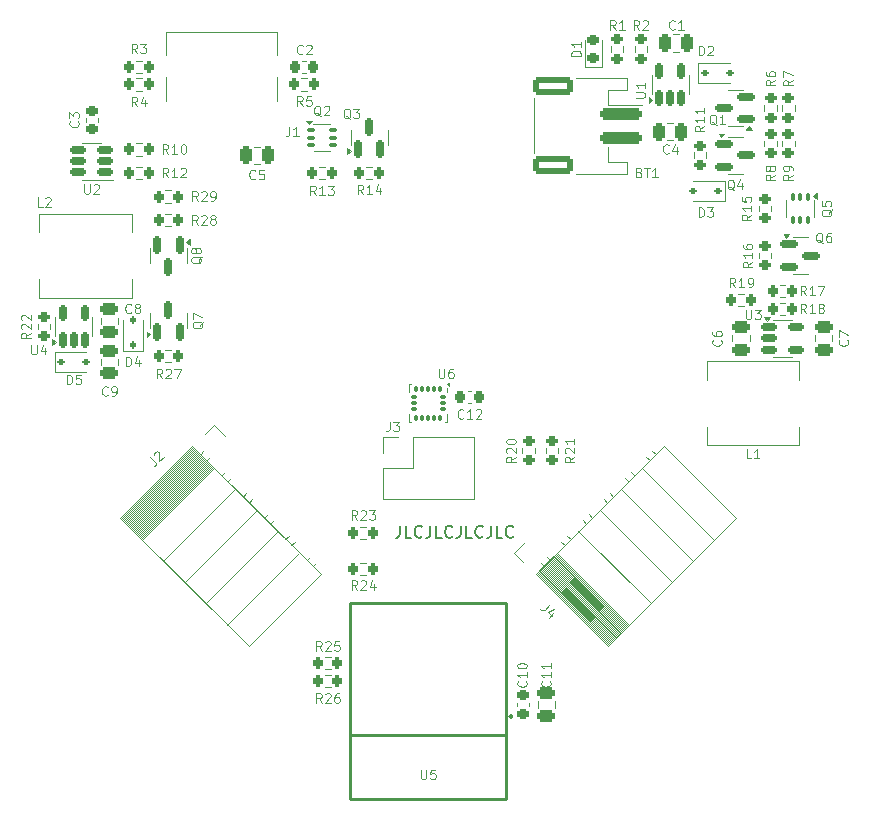
<source format=gbr>
%TF.GenerationSoftware,KiCad,Pcbnew,8.99.0-77eaa75db1*%
%TF.CreationDate,2024-12-04T17:57:01+01:00*%
%TF.ProjectId,geheimbadge-controller,67656865-696d-4626-9164-67652d636f6e,1.0.0*%
%TF.SameCoordinates,Original*%
%TF.FileFunction,Legend,Top*%
%TF.FilePolarity,Positive*%
%FSLAX46Y46*%
G04 Gerber Fmt 4.6, Leading zero omitted, Abs format (unit mm)*
G04 Created by KiCad (PCBNEW 8.99.0-77eaa75db1) date 2024-12-04 17:57:01*
%MOMM*%
%LPD*%
G01*
G04 APERTURE LIST*
G04 Aperture macros list*
%AMRoundRect*
0 Rectangle with rounded corners*
0 $1 Rounding radius*
0 $2 $3 $4 $5 $6 $7 $8 $9 X,Y pos of 4 corners*
0 Add a 4 corners polygon primitive as box body*
4,1,4,$2,$3,$4,$5,$6,$7,$8,$9,$2,$3,0*
0 Add four circle primitives for the rounded corners*
1,1,$1+$1,$2,$3*
1,1,$1+$1,$4,$5*
1,1,$1+$1,$6,$7*
1,1,$1+$1,$8,$9*
0 Add four rect primitives between the rounded corners*
20,1,$1+$1,$2,$3,$4,$5,0*
20,1,$1+$1,$4,$5,$6,$7,0*
20,1,$1+$1,$6,$7,$8,$9,0*
20,1,$1+$1,$8,$9,$2,$3,0*%
%AMHorizOval*
0 Thick line with rounded ends*
0 $1 width*
0 $2 $3 position (X,Y) of the first rounded end (center of the circle)*
0 $4 $5 position (X,Y) of the second rounded end (center of the circle)*
0 Add line between two ends*
20,1,$1,$2,$3,$4,$5,0*
0 Add two circle primitives to create the rounded ends*
1,1,$1,$2,$3*
1,1,$1,$4,$5*%
%AMRotRect*
0 Rectangle, with rotation*
0 The origin of the aperture is its center*
0 $1 length*
0 $2 width*
0 $3 Rotation angle, in degrees counterclockwise*
0 Add horizontal line*
21,1,$1,$2,0,0,$3*%
%AMFreePoly0*
4,1,6,0.750000,-0.750000,-0.700000,-0.750000,-0.700000,0.100000,-0.100000,0.700000,0.750000,0.700000,0.750000,-0.750000,0.750000,-0.750000,$1*%
G04 Aperture macros list end*
%ADD10C,0.150000*%
%ADD11C,0.120000*%
%ADD12C,0.250000*%
%ADD13C,0.000000*%
%ADD14RoundRect,0.200000X0.275000X-0.200000X0.275000X0.200000X-0.275000X0.200000X-0.275000X-0.200000X0*%
%ADD15RoundRect,0.112500X0.187500X0.112500X-0.187500X0.112500X-0.187500X-0.112500X0.187500X-0.112500X0*%
%ADD16RoundRect,0.200000X-0.200000X-0.275000X0.200000X-0.275000X0.200000X0.275000X-0.200000X0.275000X0*%
%ADD17RoundRect,0.250000X-0.250000X-0.475000X0.250000X-0.475000X0.250000X0.475000X-0.250000X0.475000X0*%
%ADD18RoundRect,0.200000X0.200000X0.275000X-0.200000X0.275000X-0.200000X-0.275000X0.200000X-0.275000X0*%
%ADD19RoundRect,0.218750X0.256250X-0.218750X0.256250X0.218750X-0.256250X0.218750X-0.256250X-0.218750X0*%
%ADD20RoundRect,0.150000X0.512500X0.150000X-0.512500X0.150000X-0.512500X-0.150000X0.512500X-0.150000X0*%
%ADD21RoundRect,0.150000X-0.587500X-0.150000X0.587500X-0.150000X0.587500X0.150000X-0.587500X0.150000X0*%
%ADD22RoundRect,0.112500X0.112500X-0.187500X0.112500X0.187500X-0.112500X0.187500X-0.112500X-0.187500X0*%
%ADD23R,0.800000X0.400000*%
%ADD24R,0.400000X0.800000*%
%ADD25FreePoly0,180.000000*%
%ADD26R,1.450000X1.450000*%
%ADD27R,0.700000X0.700000*%
%ADD28RoundRect,0.250000X0.250000X0.475000X-0.250000X0.475000X-0.250000X-0.475000X0.250000X-0.475000X0*%
%ADD29RoundRect,0.200000X-0.275000X0.200000X-0.275000X-0.200000X0.275000X-0.200000X0.275000X0.200000X0*%
%ADD30RoundRect,0.225000X0.250000X-0.225000X0.250000X0.225000X-0.250000X0.225000X-0.250000X-0.225000X0*%
%ADD31RoundRect,0.087500X-0.087500X0.187500X-0.087500X-0.187500X0.087500X-0.187500X0.087500X0.187500X0*%
%ADD32RoundRect,0.087500X-0.187500X0.087500X-0.187500X-0.087500X0.187500X-0.087500X0.187500X0.087500X0*%
%ADD33RoundRect,0.250000X-1.500000X0.250000X-1.500000X-0.250000X1.500000X-0.250000X1.500000X0.250000X0*%
%ADD34RoundRect,0.250001X-1.449999X0.499999X-1.449999X-0.499999X1.449999X-0.499999X1.449999X0.499999X0*%
%ADD35RoundRect,0.150000X0.150000X-0.512500X0.150000X0.512500X-0.150000X0.512500X-0.150000X-0.512500X0*%
%ADD36RoundRect,0.112500X-0.187500X-0.112500X0.187500X-0.112500X0.187500X0.112500X-0.187500X0.112500X0*%
%ADD37RoundRect,0.150000X0.587500X0.150000X-0.587500X0.150000X-0.587500X-0.150000X0.587500X-0.150000X0*%
%ADD38RoundRect,0.250000X-0.475000X0.250000X-0.475000X-0.250000X0.475000X-0.250000X0.475000X0.250000X0*%
%ADD39RoundRect,0.225000X-0.225000X-0.250000X0.225000X-0.250000X0.225000X0.250000X-0.225000X0.250000X0*%
%ADD40R,2.350000X3.500000*%
%ADD41RoundRect,0.150000X-0.512500X-0.150000X0.512500X-0.150000X0.512500X0.150000X-0.512500X0.150000X0*%
%ADD42RoundRect,0.150000X-0.150000X0.587500X-0.150000X-0.587500X0.150000X-0.587500X0.150000X0.587500X0*%
%ADD43RoundRect,0.150000X0.150000X-0.587500X0.150000X0.587500X-0.150000X0.587500X-0.150000X-0.587500X0*%
%ADD44R,1.700000X1.700000*%
%ADD45O,1.700000X1.700000*%
%ADD46RoundRect,0.100000X-0.225000X-0.100000X0.225000X-0.100000X0.225000X0.100000X-0.225000X0.100000X0*%
%ADD47C,0.650000*%
%ADD48R,0.600000X1.450000*%
%ADD49R,0.300000X1.450000*%
%ADD50O,1.000000X2.100000*%
%ADD51O,1.000000X1.600000*%
%ADD52RoundRect,0.250000X0.475000X-0.250000X0.475000X0.250000X-0.475000X0.250000X-0.475000X-0.250000X0*%
%ADD53RotRect,1.700000X1.700000X135.000000*%
%ADD54HorizOval,1.700000X0.000000X0.000000X0.000000X0.000000X0*%
%ADD55RotRect,1.700000X1.700000X45.000000*%
%ADD56HorizOval,1.700000X0.000000X0.000000X0.000000X0.000000X0*%
%ADD57RoundRect,0.225000X0.225000X0.250000X-0.225000X0.250000X-0.225000X-0.250000X0.225000X-0.250000X0*%
%ADD58RoundRect,0.100000X-0.100000X0.225000X-0.100000X-0.225000X0.100000X-0.225000X0.100000X0.225000X0*%
%ADD59RoundRect,0.225000X-0.250000X0.225000X-0.250000X-0.225000X0.250000X-0.225000X0.250000X0.225000X0*%
G04 APERTURE END LIST*
D10*
X97622493Y-130869819D02*
X97622493Y-131584104D01*
X97622493Y-131584104D02*
X97574874Y-131726961D01*
X97574874Y-131726961D02*
X97479636Y-131822200D01*
X97479636Y-131822200D02*
X97336779Y-131869819D01*
X97336779Y-131869819D02*
X97241541Y-131869819D01*
X98574874Y-131869819D02*
X98098684Y-131869819D01*
X98098684Y-131869819D02*
X98098684Y-130869819D01*
X99479636Y-131774580D02*
X99432017Y-131822200D01*
X99432017Y-131822200D02*
X99289160Y-131869819D01*
X99289160Y-131869819D02*
X99193922Y-131869819D01*
X99193922Y-131869819D02*
X99051065Y-131822200D01*
X99051065Y-131822200D02*
X98955827Y-131726961D01*
X98955827Y-131726961D02*
X98908208Y-131631723D01*
X98908208Y-131631723D02*
X98860589Y-131441247D01*
X98860589Y-131441247D02*
X98860589Y-131298390D01*
X98860589Y-131298390D02*
X98908208Y-131107914D01*
X98908208Y-131107914D02*
X98955827Y-131012676D01*
X98955827Y-131012676D02*
X99051065Y-130917438D01*
X99051065Y-130917438D02*
X99193922Y-130869819D01*
X99193922Y-130869819D02*
X99289160Y-130869819D01*
X99289160Y-130869819D02*
X99432017Y-130917438D01*
X99432017Y-130917438D02*
X99479636Y-130965057D01*
X100193922Y-130869819D02*
X100193922Y-131584104D01*
X100193922Y-131584104D02*
X100146303Y-131726961D01*
X100146303Y-131726961D02*
X100051065Y-131822200D01*
X100051065Y-131822200D02*
X99908208Y-131869819D01*
X99908208Y-131869819D02*
X99812970Y-131869819D01*
X101146303Y-131869819D02*
X100670113Y-131869819D01*
X100670113Y-131869819D02*
X100670113Y-130869819D01*
X102051065Y-131774580D02*
X102003446Y-131822200D01*
X102003446Y-131822200D02*
X101860589Y-131869819D01*
X101860589Y-131869819D02*
X101765351Y-131869819D01*
X101765351Y-131869819D02*
X101622494Y-131822200D01*
X101622494Y-131822200D02*
X101527256Y-131726961D01*
X101527256Y-131726961D02*
X101479637Y-131631723D01*
X101479637Y-131631723D02*
X101432018Y-131441247D01*
X101432018Y-131441247D02*
X101432018Y-131298390D01*
X101432018Y-131298390D02*
X101479637Y-131107914D01*
X101479637Y-131107914D02*
X101527256Y-131012676D01*
X101527256Y-131012676D02*
X101622494Y-130917438D01*
X101622494Y-130917438D02*
X101765351Y-130869819D01*
X101765351Y-130869819D02*
X101860589Y-130869819D01*
X101860589Y-130869819D02*
X102003446Y-130917438D01*
X102003446Y-130917438D02*
X102051065Y-130965057D01*
X102765351Y-130869819D02*
X102765351Y-131584104D01*
X102765351Y-131584104D02*
X102717732Y-131726961D01*
X102717732Y-131726961D02*
X102622494Y-131822200D01*
X102622494Y-131822200D02*
X102479637Y-131869819D01*
X102479637Y-131869819D02*
X102384399Y-131869819D01*
X103717732Y-131869819D02*
X103241542Y-131869819D01*
X103241542Y-131869819D02*
X103241542Y-130869819D01*
X104622494Y-131774580D02*
X104574875Y-131822200D01*
X104574875Y-131822200D02*
X104432018Y-131869819D01*
X104432018Y-131869819D02*
X104336780Y-131869819D01*
X104336780Y-131869819D02*
X104193923Y-131822200D01*
X104193923Y-131822200D02*
X104098685Y-131726961D01*
X104098685Y-131726961D02*
X104051066Y-131631723D01*
X104051066Y-131631723D02*
X104003447Y-131441247D01*
X104003447Y-131441247D02*
X104003447Y-131298390D01*
X104003447Y-131298390D02*
X104051066Y-131107914D01*
X104051066Y-131107914D02*
X104098685Y-131012676D01*
X104098685Y-131012676D02*
X104193923Y-130917438D01*
X104193923Y-130917438D02*
X104336780Y-130869819D01*
X104336780Y-130869819D02*
X104432018Y-130869819D01*
X104432018Y-130869819D02*
X104574875Y-130917438D01*
X104574875Y-130917438D02*
X104622494Y-130965057D01*
X105336780Y-130869819D02*
X105336780Y-131584104D01*
X105336780Y-131584104D02*
X105289161Y-131726961D01*
X105289161Y-131726961D02*
X105193923Y-131822200D01*
X105193923Y-131822200D02*
X105051066Y-131869819D01*
X105051066Y-131869819D02*
X104955828Y-131869819D01*
X106289161Y-131869819D02*
X105812971Y-131869819D01*
X105812971Y-131869819D02*
X105812971Y-130869819D01*
X107193923Y-131774580D02*
X107146304Y-131822200D01*
X107146304Y-131822200D02*
X107003447Y-131869819D01*
X107003447Y-131869819D02*
X106908209Y-131869819D01*
X106908209Y-131869819D02*
X106765352Y-131822200D01*
X106765352Y-131822200D02*
X106670114Y-131726961D01*
X106670114Y-131726961D02*
X106622495Y-131631723D01*
X106622495Y-131631723D02*
X106574876Y-131441247D01*
X106574876Y-131441247D02*
X106574876Y-131298390D01*
X106574876Y-131298390D02*
X106622495Y-131107914D01*
X106622495Y-131107914D02*
X106670114Y-131012676D01*
X106670114Y-131012676D02*
X106765352Y-130917438D01*
X106765352Y-130917438D02*
X106908209Y-130869819D01*
X106908209Y-130869819D02*
X107003447Y-130869819D01*
X107003447Y-130869819D02*
X107146304Y-130917438D01*
X107146304Y-130917438D02*
X107193923Y-130965057D01*
D11*
X123363855Y-97014285D02*
X122982902Y-97280952D01*
X123363855Y-97471428D02*
X122563855Y-97471428D01*
X122563855Y-97471428D02*
X122563855Y-97166666D01*
X122563855Y-97166666D02*
X122601950Y-97090476D01*
X122601950Y-97090476D02*
X122640045Y-97052381D01*
X122640045Y-97052381D02*
X122716236Y-97014285D01*
X122716236Y-97014285D02*
X122830521Y-97014285D01*
X122830521Y-97014285D02*
X122906712Y-97052381D01*
X122906712Y-97052381D02*
X122944807Y-97090476D01*
X122944807Y-97090476D02*
X122982902Y-97166666D01*
X122982902Y-97166666D02*
X122982902Y-97471428D01*
X123363855Y-96252381D02*
X123363855Y-96709524D01*
X123363855Y-96480952D02*
X122563855Y-96480952D01*
X122563855Y-96480952D02*
X122678140Y-96557143D01*
X122678140Y-96557143D02*
X122754331Y-96633333D01*
X122754331Y-96633333D02*
X122792426Y-96709524D01*
X123363855Y-95490476D02*
X123363855Y-95947619D01*
X123363855Y-95719047D02*
X122563855Y-95719047D01*
X122563855Y-95719047D02*
X122678140Y-95795238D01*
X122678140Y-95795238D02*
X122754331Y-95871428D01*
X122754331Y-95871428D02*
X122792426Y-95947619D01*
X122909524Y-104713855D02*
X122909524Y-103913855D01*
X122909524Y-103913855D02*
X123100000Y-103913855D01*
X123100000Y-103913855D02*
X123214286Y-103951950D01*
X123214286Y-103951950D02*
X123290476Y-104028140D01*
X123290476Y-104028140D02*
X123328571Y-104104331D01*
X123328571Y-104104331D02*
X123366667Y-104256712D01*
X123366667Y-104256712D02*
X123366667Y-104370998D01*
X123366667Y-104370998D02*
X123328571Y-104523379D01*
X123328571Y-104523379D02*
X123290476Y-104599569D01*
X123290476Y-104599569D02*
X123214286Y-104675760D01*
X123214286Y-104675760D02*
X123100000Y-104713855D01*
X123100000Y-104713855D02*
X122909524Y-104713855D01*
X123633333Y-103913855D02*
X124128571Y-103913855D01*
X124128571Y-103913855D02*
X123861905Y-104218617D01*
X123861905Y-104218617D02*
X123976190Y-104218617D01*
X123976190Y-104218617D02*
X124052381Y-104256712D01*
X124052381Y-104256712D02*
X124090476Y-104294807D01*
X124090476Y-104294807D02*
X124128571Y-104370998D01*
X124128571Y-104370998D02*
X124128571Y-104561474D01*
X124128571Y-104561474D02*
X124090476Y-104637664D01*
X124090476Y-104637664D02*
X124052381Y-104675760D01*
X124052381Y-104675760D02*
X123976190Y-104713855D01*
X123976190Y-104713855D02*
X123747619Y-104713855D01*
X123747619Y-104713855D02*
X123671428Y-104675760D01*
X123671428Y-104675760D02*
X123633333Y-104637664D01*
X75366667Y-95363855D02*
X75100000Y-94982902D01*
X74909524Y-95363855D02*
X74909524Y-94563855D01*
X74909524Y-94563855D02*
X75214286Y-94563855D01*
X75214286Y-94563855D02*
X75290476Y-94601950D01*
X75290476Y-94601950D02*
X75328571Y-94640045D01*
X75328571Y-94640045D02*
X75366667Y-94716236D01*
X75366667Y-94716236D02*
X75366667Y-94830521D01*
X75366667Y-94830521D02*
X75328571Y-94906712D01*
X75328571Y-94906712D02*
X75290476Y-94944807D01*
X75290476Y-94944807D02*
X75214286Y-94982902D01*
X75214286Y-94982902D02*
X74909524Y-94982902D01*
X76052381Y-94830521D02*
X76052381Y-95363855D01*
X75861905Y-94525760D02*
X75671428Y-95097188D01*
X75671428Y-95097188D02*
X76166667Y-95097188D01*
X120866667Y-88787664D02*
X120828571Y-88825760D01*
X120828571Y-88825760D02*
X120714286Y-88863855D01*
X120714286Y-88863855D02*
X120638095Y-88863855D01*
X120638095Y-88863855D02*
X120523809Y-88825760D01*
X120523809Y-88825760D02*
X120447619Y-88749569D01*
X120447619Y-88749569D02*
X120409524Y-88673379D01*
X120409524Y-88673379D02*
X120371428Y-88520998D01*
X120371428Y-88520998D02*
X120371428Y-88406712D01*
X120371428Y-88406712D02*
X120409524Y-88254331D01*
X120409524Y-88254331D02*
X120447619Y-88178140D01*
X120447619Y-88178140D02*
X120523809Y-88101950D01*
X120523809Y-88101950D02*
X120638095Y-88063855D01*
X120638095Y-88063855D02*
X120714286Y-88063855D01*
X120714286Y-88063855D02*
X120828571Y-88101950D01*
X120828571Y-88101950D02*
X120866667Y-88140045D01*
X121628571Y-88863855D02*
X121171428Y-88863855D01*
X121400000Y-88863855D02*
X121400000Y-88063855D01*
X121400000Y-88063855D02*
X121323809Y-88178140D01*
X121323809Y-88178140D02*
X121247619Y-88254331D01*
X121247619Y-88254331D02*
X121171428Y-88292426D01*
X77985714Y-99363855D02*
X77719047Y-98982902D01*
X77528571Y-99363855D02*
X77528571Y-98563855D01*
X77528571Y-98563855D02*
X77833333Y-98563855D01*
X77833333Y-98563855D02*
X77909523Y-98601950D01*
X77909523Y-98601950D02*
X77947618Y-98640045D01*
X77947618Y-98640045D02*
X77985714Y-98716236D01*
X77985714Y-98716236D02*
X77985714Y-98830521D01*
X77985714Y-98830521D02*
X77947618Y-98906712D01*
X77947618Y-98906712D02*
X77909523Y-98944807D01*
X77909523Y-98944807D02*
X77833333Y-98982902D01*
X77833333Y-98982902D02*
X77528571Y-98982902D01*
X78747618Y-99363855D02*
X78290475Y-99363855D01*
X78519047Y-99363855D02*
X78519047Y-98563855D01*
X78519047Y-98563855D02*
X78442856Y-98678140D01*
X78442856Y-98678140D02*
X78366666Y-98754331D01*
X78366666Y-98754331D02*
X78290475Y-98792426D01*
X79242857Y-98563855D02*
X79319047Y-98563855D01*
X79319047Y-98563855D02*
X79395238Y-98601950D01*
X79395238Y-98601950D02*
X79433333Y-98640045D01*
X79433333Y-98640045D02*
X79471428Y-98716236D01*
X79471428Y-98716236D02*
X79509523Y-98868617D01*
X79509523Y-98868617D02*
X79509523Y-99059093D01*
X79509523Y-99059093D02*
X79471428Y-99211474D01*
X79471428Y-99211474D02*
X79433333Y-99287664D01*
X79433333Y-99287664D02*
X79395238Y-99325760D01*
X79395238Y-99325760D02*
X79319047Y-99363855D01*
X79319047Y-99363855D02*
X79242857Y-99363855D01*
X79242857Y-99363855D02*
X79166666Y-99325760D01*
X79166666Y-99325760D02*
X79128571Y-99287664D01*
X79128571Y-99287664D02*
X79090476Y-99211474D01*
X79090476Y-99211474D02*
X79052380Y-99059093D01*
X79052380Y-99059093D02*
X79052380Y-98868617D01*
X79052380Y-98868617D02*
X79090476Y-98716236D01*
X79090476Y-98716236D02*
X79128571Y-98640045D01*
X79128571Y-98640045D02*
X79166666Y-98601950D01*
X79166666Y-98601950D02*
X79242857Y-98563855D01*
X131985714Y-111363855D02*
X131719047Y-110982902D01*
X131528571Y-111363855D02*
X131528571Y-110563855D01*
X131528571Y-110563855D02*
X131833333Y-110563855D01*
X131833333Y-110563855D02*
X131909523Y-110601950D01*
X131909523Y-110601950D02*
X131947618Y-110640045D01*
X131947618Y-110640045D02*
X131985714Y-110716236D01*
X131985714Y-110716236D02*
X131985714Y-110830521D01*
X131985714Y-110830521D02*
X131947618Y-110906712D01*
X131947618Y-110906712D02*
X131909523Y-110944807D01*
X131909523Y-110944807D02*
X131833333Y-110982902D01*
X131833333Y-110982902D02*
X131528571Y-110982902D01*
X132747618Y-111363855D02*
X132290475Y-111363855D01*
X132519047Y-111363855D02*
X132519047Y-110563855D01*
X132519047Y-110563855D02*
X132442856Y-110678140D01*
X132442856Y-110678140D02*
X132366666Y-110754331D01*
X132366666Y-110754331D02*
X132290475Y-110792426D01*
X133014285Y-110563855D02*
X133547619Y-110563855D01*
X133547619Y-110563855D02*
X133204761Y-111363855D01*
X115866667Y-88863855D02*
X115600000Y-88482902D01*
X115409524Y-88863855D02*
X115409524Y-88063855D01*
X115409524Y-88063855D02*
X115714286Y-88063855D01*
X115714286Y-88063855D02*
X115790476Y-88101950D01*
X115790476Y-88101950D02*
X115828571Y-88140045D01*
X115828571Y-88140045D02*
X115866667Y-88216236D01*
X115866667Y-88216236D02*
X115866667Y-88330521D01*
X115866667Y-88330521D02*
X115828571Y-88406712D01*
X115828571Y-88406712D02*
X115790476Y-88444807D01*
X115790476Y-88444807D02*
X115714286Y-88482902D01*
X115714286Y-88482902D02*
X115409524Y-88482902D01*
X116628571Y-88863855D02*
X116171428Y-88863855D01*
X116400000Y-88863855D02*
X116400000Y-88063855D01*
X116400000Y-88063855D02*
X116323809Y-88178140D01*
X116323809Y-88178140D02*
X116247619Y-88254331D01*
X116247619Y-88254331D02*
X116171428Y-88292426D01*
X75366667Y-90863855D02*
X75100000Y-90482902D01*
X74909524Y-90863855D02*
X74909524Y-90063855D01*
X74909524Y-90063855D02*
X75214286Y-90063855D01*
X75214286Y-90063855D02*
X75290476Y-90101950D01*
X75290476Y-90101950D02*
X75328571Y-90140045D01*
X75328571Y-90140045D02*
X75366667Y-90216236D01*
X75366667Y-90216236D02*
X75366667Y-90330521D01*
X75366667Y-90330521D02*
X75328571Y-90406712D01*
X75328571Y-90406712D02*
X75290476Y-90444807D01*
X75290476Y-90444807D02*
X75214286Y-90482902D01*
X75214286Y-90482902D02*
X74909524Y-90482902D01*
X75633333Y-90063855D02*
X76128571Y-90063855D01*
X76128571Y-90063855D02*
X75861905Y-90368617D01*
X75861905Y-90368617D02*
X75976190Y-90368617D01*
X75976190Y-90368617D02*
X76052381Y-90406712D01*
X76052381Y-90406712D02*
X76090476Y-90444807D01*
X76090476Y-90444807D02*
X76128571Y-90520998D01*
X76128571Y-90520998D02*
X76128571Y-90711474D01*
X76128571Y-90711474D02*
X76090476Y-90787664D01*
X76090476Y-90787664D02*
X76052381Y-90825760D01*
X76052381Y-90825760D02*
X75976190Y-90863855D01*
X75976190Y-90863855D02*
X75747619Y-90863855D01*
X75747619Y-90863855D02*
X75671428Y-90825760D01*
X75671428Y-90825760D02*
X75633333Y-90787664D01*
X112933855Y-91090475D02*
X112133855Y-91090475D01*
X112133855Y-91090475D02*
X112133855Y-90899999D01*
X112133855Y-90899999D02*
X112171950Y-90785713D01*
X112171950Y-90785713D02*
X112248140Y-90709523D01*
X112248140Y-90709523D02*
X112324331Y-90671428D01*
X112324331Y-90671428D02*
X112476712Y-90633332D01*
X112476712Y-90633332D02*
X112590998Y-90633332D01*
X112590998Y-90633332D02*
X112743379Y-90671428D01*
X112743379Y-90671428D02*
X112819569Y-90709523D01*
X112819569Y-90709523D02*
X112895760Y-90785713D01*
X112895760Y-90785713D02*
X112933855Y-90899999D01*
X112933855Y-90899999D02*
X112933855Y-91090475D01*
X112933855Y-89871428D02*
X112933855Y-90328571D01*
X112933855Y-90099999D02*
X112133855Y-90099999D01*
X112133855Y-90099999D02*
X112248140Y-90176190D01*
X112248140Y-90176190D02*
X112324331Y-90252380D01*
X112324331Y-90252380D02*
X112362426Y-90328571D01*
X77485714Y-118363855D02*
X77219047Y-117982902D01*
X77028571Y-118363855D02*
X77028571Y-117563855D01*
X77028571Y-117563855D02*
X77333333Y-117563855D01*
X77333333Y-117563855D02*
X77409523Y-117601950D01*
X77409523Y-117601950D02*
X77447618Y-117640045D01*
X77447618Y-117640045D02*
X77485714Y-117716236D01*
X77485714Y-117716236D02*
X77485714Y-117830521D01*
X77485714Y-117830521D02*
X77447618Y-117906712D01*
X77447618Y-117906712D02*
X77409523Y-117944807D01*
X77409523Y-117944807D02*
X77333333Y-117982902D01*
X77333333Y-117982902D02*
X77028571Y-117982902D01*
X77790475Y-117640045D02*
X77828571Y-117601950D01*
X77828571Y-117601950D02*
X77904761Y-117563855D01*
X77904761Y-117563855D02*
X78095237Y-117563855D01*
X78095237Y-117563855D02*
X78171428Y-117601950D01*
X78171428Y-117601950D02*
X78209523Y-117640045D01*
X78209523Y-117640045D02*
X78247618Y-117716236D01*
X78247618Y-117716236D02*
X78247618Y-117792426D01*
X78247618Y-117792426D02*
X78209523Y-117906712D01*
X78209523Y-117906712D02*
X77752380Y-118363855D01*
X77752380Y-118363855D02*
X78247618Y-118363855D01*
X78514285Y-117563855D02*
X79047619Y-117563855D01*
X79047619Y-117563855D02*
X78704761Y-118363855D01*
X70890476Y-101963855D02*
X70890476Y-102611474D01*
X70890476Y-102611474D02*
X70928571Y-102687664D01*
X70928571Y-102687664D02*
X70966666Y-102725760D01*
X70966666Y-102725760D02*
X71042857Y-102763855D01*
X71042857Y-102763855D02*
X71195238Y-102763855D01*
X71195238Y-102763855D02*
X71271428Y-102725760D01*
X71271428Y-102725760D02*
X71309523Y-102687664D01*
X71309523Y-102687664D02*
X71347619Y-102611474D01*
X71347619Y-102611474D02*
X71347619Y-101963855D01*
X71690475Y-102040045D02*
X71728571Y-102001950D01*
X71728571Y-102001950D02*
X71804761Y-101963855D01*
X71804761Y-101963855D02*
X71995237Y-101963855D01*
X71995237Y-101963855D02*
X72071428Y-102001950D01*
X72071428Y-102001950D02*
X72109523Y-102040045D01*
X72109523Y-102040045D02*
X72147618Y-102116236D01*
X72147618Y-102116236D02*
X72147618Y-102192426D01*
X72147618Y-102192426D02*
X72109523Y-102306712D01*
X72109523Y-102306712D02*
X71652380Y-102763855D01*
X71652380Y-102763855D02*
X72147618Y-102763855D01*
X90985714Y-145863855D02*
X90719047Y-145482902D01*
X90528571Y-145863855D02*
X90528571Y-145063855D01*
X90528571Y-145063855D02*
X90833333Y-145063855D01*
X90833333Y-145063855D02*
X90909523Y-145101950D01*
X90909523Y-145101950D02*
X90947618Y-145140045D01*
X90947618Y-145140045D02*
X90985714Y-145216236D01*
X90985714Y-145216236D02*
X90985714Y-145330521D01*
X90985714Y-145330521D02*
X90947618Y-145406712D01*
X90947618Y-145406712D02*
X90909523Y-145444807D01*
X90909523Y-145444807D02*
X90833333Y-145482902D01*
X90833333Y-145482902D02*
X90528571Y-145482902D01*
X91290475Y-145140045D02*
X91328571Y-145101950D01*
X91328571Y-145101950D02*
X91404761Y-145063855D01*
X91404761Y-145063855D02*
X91595237Y-145063855D01*
X91595237Y-145063855D02*
X91671428Y-145101950D01*
X91671428Y-145101950D02*
X91709523Y-145140045D01*
X91709523Y-145140045D02*
X91747618Y-145216236D01*
X91747618Y-145216236D02*
X91747618Y-145292426D01*
X91747618Y-145292426D02*
X91709523Y-145406712D01*
X91709523Y-145406712D02*
X91252380Y-145863855D01*
X91252380Y-145863855D02*
X91747618Y-145863855D01*
X92433333Y-145063855D02*
X92280952Y-145063855D01*
X92280952Y-145063855D02*
X92204761Y-145101950D01*
X92204761Y-145101950D02*
X92166666Y-145140045D01*
X92166666Y-145140045D02*
X92090476Y-145254331D01*
X92090476Y-145254331D02*
X92052380Y-145406712D01*
X92052380Y-145406712D02*
X92052380Y-145711474D01*
X92052380Y-145711474D02*
X92090476Y-145787664D01*
X92090476Y-145787664D02*
X92128571Y-145825760D01*
X92128571Y-145825760D02*
X92204761Y-145863855D01*
X92204761Y-145863855D02*
X92357142Y-145863855D01*
X92357142Y-145863855D02*
X92433333Y-145825760D01*
X92433333Y-145825760D02*
X92471428Y-145787664D01*
X92471428Y-145787664D02*
X92509523Y-145711474D01*
X92509523Y-145711474D02*
X92509523Y-145520998D01*
X92509523Y-145520998D02*
X92471428Y-145444807D01*
X92471428Y-145444807D02*
X92433333Y-145406712D01*
X92433333Y-145406712D02*
X92357142Y-145368617D01*
X92357142Y-145368617D02*
X92204761Y-145368617D01*
X92204761Y-145368617D02*
X92128571Y-145406712D01*
X92128571Y-145406712D02*
X92090476Y-145444807D01*
X92090476Y-145444807D02*
X92052380Y-145520998D01*
X112363855Y-125014285D02*
X111982902Y-125280952D01*
X112363855Y-125471428D02*
X111563855Y-125471428D01*
X111563855Y-125471428D02*
X111563855Y-125166666D01*
X111563855Y-125166666D02*
X111601950Y-125090476D01*
X111601950Y-125090476D02*
X111640045Y-125052381D01*
X111640045Y-125052381D02*
X111716236Y-125014285D01*
X111716236Y-125014285D02*
X111830521Y-125014285D01*
X111830521Y-125014285D02*
X111906712Y-125052381D01*
X111906712Y-125052381D02*
X111944807Y-125090476D01*
X111944807Y-125090476D02*
X111982902Y-125166666D01*
X111982902Y-125166666D02*
X111982902Y-125471428D01*
X111640045Y-124709524D02*
X111601950Y-124671428D01*
X111601950Y-124671428D02*
X111563855Y-124595238D01*
X111563855Y-124595238D02*
X111563855Y-124404762D01*
X111563855Y-124404762D02*
X111601950Y-124328571D01*
X111601950Y-124328571D02*
X111640045Y-124290476D01*
X111640045Y-124290476D02*
X111716236Y-124252381D01*
X111716236Y-124252381D02*
X111792426Y-124252381D01*
X111792426Y-124252381D02*
X111906712Y-124290476D01*
X111906712Y-124290476D02*
X112363855Y-124747619D01*
X112363855Y-124747619D02*
X112363855Y-124252381D01*
X112363855Y-123490476D02*
X112363855Y-123947619D01*
X112363855Y-123719047D02*
X111563855Y-123719047D01*
X111563855Y-123719047D02*
X111678140Y-123795238D01*
X111678140Y-123795238D02*
X111754331Y-123871428D01*
X111754331Y-123871428D02*
X111792426Y-123947619D01*
X125923809Y-102440045D02*
X125847619Y-102401950D01*
X125847619Y-102401950D02*
X125771428Y-102325760D01*
X125771428Y-102325760D02*
X125657142Y-102211474D01*
X125657142Y-102211474D02*
X125580952Y-102173379D01*
X125580952Y-102173379D02*
X125504761Y-102173379D01*
X125542857Y-102363855D02*
X125466666Y-102325760D01*
X125466666Y-102325760D02*
X125390476Y-102249569D01*
X125390476Y-102249569D02*
X125352380Y-102097188D01*
X125352380Y-102097188D02*
X125352380Y-101830521D01*
X125352380Y-101830521D02*
X125390476Y-101678140D01*
X125390476Y-101678140D02*
X125466666Y-101601950D01*
X125466666Y-101601950D02*
X125542857Y-101563855D01*
X125542857Y-101563855D02*
X125695238Y-101563855D01*
X125695238Y-101563855D02*
X125771428Y-101601950D01*
X125771428Y-101601950D02*
X125847619Y-101678140D01*
X125847619Y-101678140D02*
X125885714Y-101830521D01*
X125885714Y-101830521D02*
X125885714Y-102097188D01*
X125885714Y-102097188D02*
X125847619Y-102249569D01*
X125847619Y-102249569D02*
X125771428Y-102325760D01*
X125771428Y-102325760D02*
X125695238Y-102363855D01*
X125695238Y-102363855D02*
X125542857Y-102363855D01*
X126571428Y-101830521D02*
X126571428Y-102363855D01*
X126380952Y-101525760D02*
X126190475Y-102097188D01*
X126190475Y-102097188D02*
X126685714Y-102097188D01*
X133423809Y-106940045D02*
X133347619Y-106901950D01*
X133347619Y-106901950D02*
X133271428Y-106825760D01*
X133271428Y-106825760D02*
X133157142Y-106711474D01*
X133157142Y-106711474D02*
X133080952Y-106673379D01*
X133080952Y-106673379D02*
X133004761Y-106673379D01*
X133042857Y-106863855D02*
X132966666Y-106825760D01*
X132966666Y-106825760D02*
X132890476Y-106749569D01*
X132890476Y-106749569D02*
X132852380Y-106597188D01*
X132852380Y-106597188D02*
X132852380Y-106330521D01*
X132852380Y-106330521D02*
X132890476Y-106178140D01*
X132890476Y-106178140D02*
X132966666Y-106101950D01*
X132966666Y-106101950D02*
X133042857Y-106063855D01*
X133042857Y-106063855D02*
X133195238Y-106063855D01*
X133195238Y-106063855D02*
X133271428Y-106101950D01*
X133271428Y-106101950D02*
X133347619Y-106178140D01*
X133347619Y-106178140D02*
X133385714Y-106330521D01*
X133385714Y-106330521D02*
X133385714Y-106597188D01*
X133385714Y-106597188D02*
X133347619Y-106749569D01*
X133347619Y-106749569D02*
X133271428Y-106825760D01*
X133271428Y-106825760D02*
X133195238Y-106863855D01*
X133195238Y-106863855D02*
X133042857Y-106863855D01*
X134071428Y-106063855D02*
X133919047Y-106063855D01*
X133919047Y-106063855D02*
X133842856Y-106101950D01*
X133842856Y-106101950D02*
X133804761Y-106140045D01*
X133804761Y-106140045D02*
X133728571Y-106254331D01*
X133728571Y-106254331D02*
X133690475Y-106406712D01*
X133690475Y-106406712D02*
X133690475Y-106711474D01*
X133690475Y-106711474D02*
X133728571Y-106787664D01*
X133728571Y-106787664D02*
X133766666Y-106825760D01*
X133766666Y-106825760D02*
X133842856Y-106863855D01*
X133842856Y-106863855D02*
X133995237Y-106863855D01*
X133995237Y-106863855D02*
X134071428Y-106825760D01*
X134071428Y-106825760D02*
X134109523Y-106787664D01*
X134109523Y-106787664D02*
X134147618Y-106711474D01*
X134147618Y-106711474D02*
X134147618Y-106520998D01*
X134147618Y-106520998D02*
X134109523Y-106444807D01*
X134109523Y-106444807D02*
X134071428Y-106406712D01*
X134071428Y-106406712D02*
X133995237Y-106368617D01*
X133995237Y-106368617D02*
X133842856Y-106368617D01*
X133842856Y-106368617D02*
X133766666Y-106406712D01*
X133766666Y-106406712D02*
X133728571Y-106444807D01*
X133728571Y-106444807D02*
X133690475Y-106520998D01*
X74409524Y-117363855D02*
X74409524Y-116563855D01*
X74409524Y-116563855D02*
X74600000Y-116563855D01*
X74600000Y-116563855D02*
X74714286Y-116601950D01*
X74714286Y-116601950D02*
X74790476Y-116678140D01*
X74790476Y-116678140D02*
X74828571Y-116754331D01*
X74828571Y-116754331D02*
X74866667Y-116906712D01*
X74866667Y-116906712D02*
X74866667Y-117020998D01*
X74866667Y-117020998D02*
X74828571Y-117173379D01*
X74828571Y-117173379D02*
X74790476Y-117249569D01*
X74790476Y-117249569D02*
X74714286Y-117325760D01*
X74714286Y-117325760D02*
X74600000Y-117363855D01*
X74600000Y-117363855D02*
X74409524Y-117363855D01*
X75552381Y-116830521D02*
X75552381Y-117363855D01*
X75361905Y-116525760D02*
X75171428Y-117097188D01*
X75171428Y-117097188D02*
X75666667Y-117097188D01*
X93985714Y-130363855D02*
X93719047Y-129982902D01*
X93528571Y-130363855D02*
X93528571Y-129563855D01*
X93528571Y-129563855D02*
X93833333Y-129563855D01*
X93833333Y-129563855D02*
X93909523Y-129601950D01*
X93909523Y-129601950D02*
X93947618Y-129640045D01*
X93947618Y-129640045D02*
X93985714Y-129716236D01*
X93985714Y-129716236D02*
X93985714Y-129830521D01*
X93985714Y-129830521D02*
X93947618Y-129906712D01*
X93947618Y-129906712D02*
X93909523Y-129944807D01*
X93909523Y-129944807D02*
X93833333Y-129982902D01*
X93833333Y-129982902D02*
X93528571Y-129982902D01*
X94290475Y-129640045D02*
X94328571Y-129601950D01*
X94328571Y-129601950D02*
X94404761Y-129563855D01*
X94404761Y-129563855D02*
X94595237Y-129563855D01*
X94595237Y-129563855D02*
X94671428Y-129601950D01*
X94671428Y-129601950D02*
X94709523Y-129640045D01*
X94709523Y-129640045D02*
X94747618Y-129716236D01*
X94747618Y-129716236D02*
X94747618Y-129792426D01*
X94747618Y-129792426D02*
X94709523Y-129906712D01*
X94709523Y-129906712D02*
X94252380Y-130363855D01*
X94252380Y-130363855D02*
X94747618Y-130363855D01*
X95014285Y-129563855D02*
X95509523Y-129563855D01*
X95509523Y-129563855D02*
X95242857Y-129868617D01*
X95242857Y-129868617D02*
X95357142Y-129868617D01*
X95357142Y-129868617D02*
X95433333Y-129906712D01*
X95433333Y-129906712D02*
X95471428Y-129944807D01*
X95471428Y-129944807D02*
X95509523Y-130020998D01*
X95509523Y-130020998D02*
X95509523Y-130211474D01*
X95509523Y-130211474D02*
X95471428Y-130287664D01*
X95471428Y-130287664D02*
X95433333Y-130325760D01*
X95433333Y-130325760D02*
X95357142Y-130363855D01*
X95357142Y-130363855D02*
X95128571Y-130363855D01*
X95128571Y-130363855D02*
X95052380Y-130325760D01*
X95052380Y-130325760D02*
X95014285Y-130287664D01*
X99390476Y-151513855D02*
X99390476Y-152161474D01*
X99390476Y-152161474D02*
X99428571Y-152237664D01*
X99428571Y-152237664D02*
X99466666Y-152275760D01*
X99466666Y-152275760D02*
X99542857Y-152313855D01*
X99542857Y-152313855D02*
X99695238Y-152313855D01*
X99695238Y-152313855D02*
X99771428Y-152275760D01*
X99771428Y-152275760D02*
X99809523Y-152237664D01*
X99809523Y-152237664D02*
X99847619Y-152161474D01*
X99847619Y-152161474D02*
X99847619Y-151513855D01*
X100609523Y-151513855D02*
X100228571Y-151513855D01*
X100228571Y-151513855D02*
X100190475Y-151894807D01*
X100190475Y-151894807D02*
X100228571Y-151856712D01*
X100228571Y-151856712D02*
X100304761Y-151818617D01*
X100304761Y-151818617D02*
X100495237Y-151818617D01*
X100495237Y-151818617D02*
X100571428Y-151856712D01*
X100571428Y-151856712D02*
X100609523Y-151894807D01*
X100609523Y-151894807D02*
X100647618Y-151970998D01*
X100647618Y-151970998D02*
X100647618Y-152161474D01*
X100647618Y-152161474D02*
X100609523Y-152237664D01*
X100609523Y-152237664D02*
X100571428Y-152275760D01*
X100571428Y-152275760D02*
X100495237Y-152313855D01*
X100495237Y-152313855D02*
X100304761Y-152313855D01*
X100304761Y-152313855D02*
X100228571Y-152275760D01*
X100228571Y-152275760D02*
X100190475Y-152237664D01*
X89366667Y-95293855D02*
X89100000Y-94912902D01*
X88909524Y-95293855D02*
X88909524Y-94493855D01*
X88909524Y-94493855D02*
X89214286Y-94493855D01*
X89214286Y-94493855D02*
X89290476Y-94531950D01*
X89290476Y-94531950D02*
X89328571Y-94570045D01*
X89328571Y-94570045D02*
X89366667Y-94646236D01*
X89366667Y-94646236D02*
X89366667Y-94760521D01*
X89366667Y-94760521D02*
X89328571Y-94836712D01*
X89328571Y-94836712D02*
X89290476Y-94874807D01*
X89290476Y-94874807D02*
X89214286Y-94912902D01*
X89214286Y-94912902D02*
X88909524Y-94912902D01*
X90090476Y-94493855D02*
X89709524Y-94493855D01*
X89709524Y-94493855D02*
X89671428Y-94874807D01*
X89671428Y-94874807D02*
X89709524Y-94836712D01*
X89709524Y-94836712D02*
X89785714Y-94798617D01*
X89785714Y-94798617D02*
X89976190Y-94798617D01*
X89976190Y-94798617D02*
X90052381Y-94836712D01*
X90052381Y-94836712D02*
X90090476Y-94874807D01*
X90090476Y-94874807D02*
X90128571Y-94950998D01*
X90128571Y-94950998D02*
X90128571Y-95141474D01*
X90128571Y-95141474D02*
X90090476Y-95217664D01*
X90090476Y-95217664D02*
X90052381Y-95255760D01*
X90052381Y-95255760D02*
X89976190Y-95293855D01*
X89976190Y-95293855D02*
X89785714Y-95293855D01*
X89785714Y-95293855D02*
X89709524Y-95255760D01*
X89709524Y-95255760D02*
X89671428Y-95217664D01*
X85366667Y-101467664D02*
X85328571Y-101505760D01*
X85328571Y-101505760D02*
X85214286Y-101543855D01*
X85214286Y-101543855D02*
X85138095Y-101543855D01*
X85138095Y-101543855D02*
X85023809Y-101505760D01*
X85023809Y-101505760D02*
X84947619Y-101429569D01*
X84947619Y-101429569D02*
X84909524Y-101353379D01*
X84909524Y-101353379D02*
X84871428Y-101200998D01*
X84871428Y-101200998D02*
X84871428Y-101086712D01*
X84871428Y-101086712D02*
X84909524Y-100934331D01*
X84909524Y-100934331D02*
X84947619Y-100858140D01*
X84947619Y-100858140D02*
X85023809Y-100781950D01*
X85023809Y-100781950D02*
X85138095Y-100743855D01*
X85138095Y-100743855D02*
X85214286Y-100743855D01*
X85214286Y-100743855D02*
X85328571Y-100781950D01*
X85328571Y-100781950D02*
X85366667Y-100820045D01*
X86090476Y-100743855D02*
X85709524Y-100743855D01*
X85709524Y-100743855D02*
X85671428Y-101124807D01*
X85671428Y-101124807D02*
X85709524Y-101086712D01*
X85709524Y-101086712D02*
X85785714Y-101048617D01*
X85785714Y-101048617D02*
X85976190Y-101048617D01*
X85976190Y-101048617D02*
X86052381Y-101086712D01*
X86052381Y-101086712D02*
X86090476Y-101124807D01*
X86090476Y-101124807D02*
X86128571Y-101200998D01*
X86128571Y-101200998D02*
X86128571Y-101391474D01*
X86128571Y-101391474D02*
X86090476Y-101467664D01*
X86090476Y-101467664D02*
X86052381Y-101505760D01*
X86052381Y-101505760D02*
X85976190Y-101543855D01*
X85976190Y-101543855D02*
X85785714Y-101543855D01*
X85785714Y-101543855D02*
X85709524Y-101505760D01*
X85709524Y-101505760D02*
X85671428Y-101467664D01*
X129363855Y-101133332D02*
X128982902Y-101399999D01*
X129363855Y-101590475D02*
X128563855Y-101590475D01*
X128563855Y-101590475D02*
X128563855Y-101285713D01*
X128563855Y-101285713D02*
X128601950Y-101209523D01*
X128601950Y-101209523D02*
X128640045Y-101171428D01*
X128640045Y-101171428D02*
X128716236Y-101133332D01*
X128716236Y-101133332D02*
X128830521Y-101133332D01*
X128830521Y-101133332D02*
X128906712Y-101171428D01*
X128906712Y-101171428D02*
X128944807Y-101209523D01*
X128944807Y-101209523D02*
X128982902Y-101285713D01*
X128982902Y-101285713D02*
X128982902Y-101590475D01*
X128906712Y-100676190D02*
X128868617Y-100752380D01*
X128868617Y-100752380D02*
X128830521Y-100790475D01*
X128830521Y-100790475D02*
X128754331Y-100828571D01*
X128754331Y-100828571D02*
X128716236Y-100828571D01*
X128716236Y-100828571D02*
X128640045Y-100790475D01*
X128640045Y-100790475D02*
X128601950Y-100752380D01*
X128601950Y-100752380D02*
X128563855Y-100676190D01*
X128563855Y-100676190D02*
X128563855Y-100523809D01*
X128563855Y-100523809D02*
X128601950Y-100447618D01*
X128601950Y-100447618D02*
X128640045Y-100409523D01*
X128640045Y-100409523D02*
X128716236Y-100371428D01*
X128716236Y-100371428D02*
X128754331Y-100371428D01*
X128754331Y-100371428D02*
X128830521Y-100409523D01*
X128830521Y-100409523D02*
X128868617Y-100447618D01*
X128868617Y-100447618D02*
X128906712Y-100523809D01*
X128906712Y-100523809D02*
X128906712Y-100676190D01*
X128906712Y-100676190D02*
X128944807Y-100752380D01*
X128944807Y-100752380D02*
X128982902Y-100790475D01*
X128982902Y-100790475D02*
X129059093Y-100828571D01*
X129059093Y-100828571D02*
X129211474Y-100828571D01*
X129211474Y-100828571D02*
X129287664Y-100790475D01*
X129287664Y-100790475D02*
X129325760Y-100752380D01*
X129325760Y-100752380D02*
X129363855Y-100676190D01*
X129363855Y-100676190D02*
X129363855Y-100523809D01*
X129363855Y-100523809D02*
X129325760Y-100447618D01*
X129325760Y-100447618D02*
X129287664Y-100409523D01*
X129287664Y-100409523D02*
X129211474Y-100371428D01*
X129211474Y-100371428D02*
X129059093Y-100371428D01*
X129059093Y-100371428D02*
X128982902Y-100409523D01*
X128982902Y-100409523D02*
X128944807Y-100447618D01*
X128944807Y-100447618D02*
X128906712Y-100523809D01*
X70357664Y-96633332D02*
X70395760Y-96671428D01*
X70395760Y-96671428D02*
X70433855Y-96785713D01*
X70433855Y-96785713D02*
X70433855Y-96861904D01*
X70433855Y-96861904D02*
X70395760Y-96976190D01*
X70395760Y-96976190D02*
X70319569Y-97052380D01*
X70319569Y-97052380D02*
X70243379Y-97090475D01*
X70243379Y-97090475D02*
X70090998Y-97128571D01*
X70090998Y-97128571D02*
X69976712Y-97128571D01*
X69976712Y-97128571D02*
X69824331Y-97090475D01*
X69824331Y-97090475D02*
X69748140Y-97052380D01*
X69748140Y-97052380D02*
X69671950Y-96976190D01*
X69671950Y-96976190D02*
X69633855Y-96861904D01*
X69633855Y-96861904D02*
X69633855Y-96785713D01*
X69633855Y-96785713D02*
X69671950Y-96671428D01*
X69671950Y-96671428D02*
X69710045Y-96633332D01*
X69633855Y-96366666D02*
X69633855Y-95871428D01*
X69633855Y-95871428D02*
X69938617Y-96138094D01*
X69938617Y-96138094D02*
X69938617Y-96023809D01*
X69938617Y-96023809D02*
X69976712Y-95947618D01*
X69976712Y-95947618D02*
X70014807Y-95909523D01*
X70014807Y-95909523D02*
X70090998Y-95871428D01*
X70090998Y-95871428D02*
X70281474Y-95871428D01*
X70281474Y-95871428D02*
X70357664Y-95909523D01*
X70357664Y-95909523D02*
X70395760Y-95947618D01*
X70395760Y-95947618D02*
X70433855Y-96023809D01*
X70433855Y-96023809D02*
X70433855Y-96252380D01*
X70433855Y-96252380D02*
X70395760Y-96328571D01*
X70395760Y-96328571D02*
X70357664Y-96366666D01*
X100890476Y-117563855D02*
X100890476Y-118211474D01*
X100890476Y-118211474D02*
X100928571Y-118287664D01*
X100928571Y-118287664D02*
X100966666Y-118325760D01*
X100966666Y-118325760D02*
X101042857Y-118363855D01*
X101042857Y-118363855D02*
X101195238Y-118363855D01*
X101195238Y-118363855D02*
X101271428Y-118325760D01*
X101271428Y-118325760D02*
X101309523Y-118287664D01*
X101309523Y-118287664D02*
X101347619Y-118211474D01*
X101347619Y-118211474D02*
X101347619Y-117563855D01*
X102071428Y-117563855D02*
X101919047Y-117563855D01*
X101919047Y-117563855D02*
X101842856Y-117601950D01*
X101842856Y-117601950D02*
X101804761Y-117640045D01*
X101804761Y-117640045D02*
X101728571Y-117754331D01*
X101728571Y-117754331D02*
X101690475Y-117906712D01*
X101690475Y-117906712D02*
X101690475Y-118211474D01*
X101690475Y-118211474D02*
X101728571Y-118287664D01*
X101728571Y-118287664D02*
X101766666Y-118325760D01*
X101766666Y-118325760D02*
X101842856Y-118363855D01*
X101842856Y-118363855D02*
X101995237Y-118363855D01*
X101995237Y-118363855D02*
X102071428Y-118325760D01*
X102071428Y-118325760D02*
X102109523Y-118287664D01*
X102109523Y-118287664D02*
X102147618Y-118211474D01*
X102147618Y-118211474D02*
X102147618Y-118020998D01*
X102147618Y-118020998D02*
X102109523Y-117944807D01*
X102109523Y-117944807D02*
X102071428Y-117906712D01*
X102071428Y-117906712D02*
X101995237Y-117868617D01*
X101995237Y-117868617D02*
X101842856Y-117868617D01*
X101842856Y-117868617D02*
X101766666Y-117906712D01*
X101766666Y-117906712D02*
X101728571Y-117944807D01*
X101728571Y-117944807D02*
X101690475Y-118020998D01*
X117871428Y-100944807D02*
X117985714Y-100982902D01*
X117985714Y-100982902D02*
X118023809Y-101020998D01*
X118023809Y-101020998D02*
X118061905Y-101097188D01*
X118061905Y-101097188D02*
X118061905Y-101211474D01*
X118061905Y-101211474D02*
X118023809Y-101287664D01*
X118023809Y-101287664D02*
X117985714Y-101325760D01*
X117985714Y-101325760D02*
X117909524Y-101363855D01*
X117909524Y-101363855D02*
X117604762Y-101363855D01*
X117604762Y-101363855D02*
X117604762Y-100563855D01*
X117604762Y-100563855D02*
X117871428Y-100563855D01*
X117871428Y-100563855D02*
X117947619Y-100601950D01*
X117947619Y-100601950D02*
X117985714Y-100640045D01*
X117985714Y-100640045D02*
X118023809Y-100716236D01*
X118023809Y-100716236D02*
X118023809Y-100792426D01*
X118023809Y-100792426D02*
X117985714Y-100868617D01*
X117985714Y-100868617D02*
X117947619Y-100906712D01*
X117947619Y-100906712D02*
X117871428Y-100944807D01*
X117871428Y-100944807D02*
X117604762Y-100944807D01*
X118290476Y-100563855D02*
X118747619Y-100563855D01*
X118519047Y-101363855D02*
X118519047Y-100563855D01*
X119433333Y-101363855D02*
X118976190Y-101363855D01*
X119204762Y-101363855D02*
X119204762Y-100563855D01*
X119204762Y-100563855D02*
X119128571Y-100678140D01*
X119128571Y-100678140D02*
X119052381Y-100754331D01*
X119052381Y-100754331D02*
X118976190Y-100792426D01*
X117563855Y-94609523D02*
X118211474Y-94609523D01*
X118211474Y-94609523D02*
X118287664Y-94571428D01*
X118287664Y-94571428D02*
X118325760Y-94533333D01*
X118325760Y-94533333D02*
X118363855Y-94457142D01*
X118363855Y-94457142D02*
X118363855Y-94304761D01*
X118363855Y-94304761D02*
X118325760Y-94228571D01*
X118325760Y-94228571D02*
X118287664Y-94190476D01*
X118287664Y-94190476D02*
X118211474Y-94152380D01*
X118211474Y-94152380D02*
X117563855Y-94152380D01*
X118363855Y-93352381D02*
X118363855Y-93809524D01*
X118363855Y-93580952D02*
X117563855Y-93580952D01*
X117563855Y-93580952D02*
X117678140Y-93657143D01*
X117678140Y-93657143D02*
X117754331Y-93733333D01*
X117754331Y-93733333D02*
X117792426Y-93809524D01*
X122909524Y-91013855D02*
X122909524Y-90213855D01*
X122909524Y-90213855D02*
X123100000Y-90213855D01*
X123100000Y-90213855D02*
X123214286Y-90251950D01*
X123214286Y-90251950D02*
X123290476Y-90328140D01*
X123290476Y-90328140D02*
X123328571Y-90404331D01*
X123328571Y-90404331D02*
X123366667Y-90556712D01*
X123366667Y-90556712D02*
X123366667Y-90670998D01*
X123366667Y-90670998D02*
X123328571Y-90823379D01*
X123328571Y-90823379D02*
X123290476Y-90899569D01*
X123290476Y-90899569D02*
X123214286Y-90975760D01*
X123214286Y-90975760D02*
X123100000Y-91013855D01*
X123100000Y-91013855D02*
X122909524Y-91013855D01*
X123671428Y-90290045D02*
X123709524Y-90251950D01*
X123709524Y-90251950D02*
X123785714Y-90213855D01*
X123785714Y-90213855D02*
X123976190Y-90213855D01*
X123976190Y-90213855D02*
X124052381Y-90251950D01*
X124052381Y-90251950D02*
X124090476Y-90290045D01*
X124090476Y-90290045D02*
X124128571Y-90366236D01*
X124128571Y-90366236D02*
X124128571Y-90442426D01*
X124128571Y-90442426D02*
X124090476Y-90556712D01*
X124090476Y-90556712D02*
X123633333Y-91013855D01*
X123633333Y-91013855D02*
X124128571Y-91013855D01*
X90985714Y-141433855D02*
X90719047Y-141052902D01*
X90528571Y-141433855D02*
X90528571Y-140633855D01*
X90528571Y-140633855D02*
X90833333Y-140633855D01*
X90833333Y-140633855D02*
X90909523Y-140671950D01*
X90909523Y-140671950D02*
X90947618Y-140710045D01*
X90947618Y-140710045D02*
X90985714Y-140786236D01*
X90985714Y-140786236D02*
X90985714Y-140900521D01*
X90985714Y-140900521D02*
X90947618Y-140976712D01*
X90947618Y-140976712D02*
X90909523Y-141014807D01*
X90909523Y-141014807D02*
X90833333Y-141052902D01*
X90833333Y-141052902D02*
X90528571Y-141052902D01*
X91290475Y-140710045D02*
X91328571Y-140671950D01*
X91328571Y-140671950D02*
X91404761Y-140633855D01*
X91404761Y-140633855D02*
X91595237Y-140633855D01*
X91595237Y-140633855D02*
X91671428Y-140671950D01*
X91671428Y-140671950D02*
X91709523Y-140710045D01*
X91709523Y-140710045D02*
X91747618Y-140786236D01*
X91747618Y-140786236D02*
X91747618Y-140862426D01*
X91747618Y-140862426D02*
X91709523Y-140976712D01*
X91709523Y-140976712D02*
X91252380Y-141433855D01*
X91252380Y-141433855D02*
X91747618Y-141433855D01*
X92471428Y-140633855D02*
X92090476Y-140633855D01*
X92090476Y-140633855D02*
X92052380Y-141014807D01*
X92052380Y-141014807D02*
X92090476Y-140976712D01*
X92090476Y-140976712D02*
X92166666Y-140938617D01*
X92166666Y-140938617D02*
X92357142Y-140938617D01*
X92357142Y-140938617D02*
X92433333Y-140976712D01*
X92433333Y-140976712D02*
X92471428Y-141014807D01*
X92471428Y-141014807D02*
X92509523Y-141090998D01*
X92509523Y-141090998D02*
X92509523Y-141281474D01*
X92509523Y-141281474D02*
X92471428Y-141357664D01*
X92471428Y-141357664D02*
X92433333Y-141395760D01*
X92433333Y-141395760D02*
X92357142Y-141433855D01*
X92357142Y-141433855D02*
X92166666Y-141433855D01*
X92166666Y-141433855D02*
X92090476Y-141395760D01*
X92090476Y-141395760D02*
X92052380Y-141357664D01*
X130863855Y-101133332D02*
X130482902Y-101399999D01*
X130863855Y-101590475D02*
X130063855Y-101590475D01*
X130063855Y-101590475D02*
X130063855Y-101285713D01*
X130063855Y-101285713D02*
X130101950Y-101209523D01*
X130101950Y-101209523D02*
X130140045Y-101171428D01*
X130140045Y-101171428D02*
X130216236Y-101133332D01*
X130216236Y-101133332D02*
X130330521Y-101133332D01*
X130330521Y-101133332D02*
X130406712Y-101171428D01*
X130406712Y-101171428D02*
X130444807Y-101209523D01*
X130444807Y-101209523D02*
X130482902Y-101285713D01*
X130482902Y-101285713D02*
X130482902Y-101590475D01*
X130863855Y-100752380D02*
X130863855Y-100599999D01*
X130863855Y-100599999D02*
X130825760Y-100523809D01*
X130825760Y-100523809D02*
X130787664Y-100485713D01*
X130787664Y-100485713D02*
X130673379Y-100409523D01*
X130673379Y-100409523D02*
X130520998Y-100371428D01*
X130520998Y-100371428D02*
X130216236Y-100371428D01*
X130216236Y-100371428D02*
X130140045Y-100409523D01*
X130140045Y-100409523D02*
X130101950Y-100447618D01*
X130101950Y-100447618D02*
X130063855Y-100523809D01*
X130063855Y-100523809D02*
X130063855Y-100676190D01*
X130063855Y-100676190D02*
X130101950Y-100752380D01*
X130101950Y-100752380D02*
X130140045Y-100790475D01*
X130140045Y-100790475D02*
X130216236Y-100828571D01*
X130216236Y-100828571D02*
X130406712Y-100828571D01*
X130406712Y-100828571D02*
X130482902Y-100790475D01*
X130482902Y-100790475D02*
X130520998Y-100752380D01*
X130520998Y-100752380D02*
X130559093Y-100676190D01*
X130559093Y-100676190D02*
X130559093Y-100523809D01*
X130559093Y-100523809D02*
X130520998Y-100447618D01*
X130520998Y-100447618D02*
X130482902Y-100409523D01*
X130482902Y-100409523D02*
X130406712Y-100371428D01*
X124423809Y-96940045D02*
X124347619Y-96901950D01*
X124347619Y-96901950D02*
X124271428Y-96825760D01*
X124271428Y-96825760D02*
X124157142Y-96711474D01*
X124157142Y-96711474D02*
X124080952Y-96673379D01*
X124080952Y-96673379D02*
X124004761Y-96673379D01*
X124042857Y-96863855D02*
X123966666Y-96825760D01*
X123966666Y-96825760D02*
X123890476Y-96749569D01*
X123890476Y-96749569D02*
X123852380Y-96597188D01*
X123852380Y-96597188D02*
X123852380Y-96330521D01*
X123852380Y-96330521D02*
X123890476Y-96178140D01*
X123890476Y-96178140D02*
X123966666Y-96101950D01*
X123966666Y-96101950D02*
X124042857Y-96063855D01*
X124042857Y-96063855D02*
X124195238Y-96063855D01*
X124195238Y-96063855D02*
X124271428Y-96101950D01*
X124271428Y-96101950D02*
X124347619Y-96178140D01*
X124347619Y-96178140D02*
X124385714Y-96330521D01*
X124385714Y-96330521D02*
X124385714Y-96597188D01*
X124385714Y-96597188D02*
X124347619Y-96749569D01*
X124347619Y-96749569D02*
X124271428Y-96825760D01*
X124271428Y-96825760D02*
X124195238Y-96863855D01*
X124195238Y-96863855D02*
X124042857Y-96863855D01*
X125147618Y-96863855D02*
X124690475Y-96863855D01*
X124919047Y-96863855D02*
X124919047Y-96063855D01*
X124919047Y-96063855D02*
X124842856Y-96178140D01*
X124842856Y-96178140D02*
X124766666Y-96254331D01*
X124766666Y-96254331D02*
X124690475Y-96292426D01*
X107433855Y-125014285D02*
X107052902Y-125280952D01*
X107433855Y-125471428D02*
X106633855Y-125471428D01*
X106633855Y-125471428D02*
X106633855Y-125166666D01*
X106633855Y-125166666D02*
X106671950Y-125090476D01*
X106671950Y-125090476D02*
X106710045Y-125052381D01*
X106710045Y-125052381D02*
X106786236Y-125014285D01*
X106786236Y-125014285D02*
X106900521Y-125014285D01*
X106900521Y-125014285D02*
X106976712Y-125052381D01*
X106976712Y-125052381D02*
X107014807Y-125090476D01*
X107014807Y-125090476D02*
X107052902Y-125166666D01*
X107052902Y-125166666D02*
X107052902Y-125471428D01*
X106710045Y-124709524D02*
X106671950Y-124671428D01*
X106671950Y-124671428D02*
X106633855Y-124595238D01*
X106633855Y-124595238D02*
X106633855Y-124404762D01*
X106633855Y-124404762D02*
X106671950Y-124328571D01*
X106671950Y-124328571D02*
X106710045Y-124290476D01*
X106710045Y-124290476D02*
X106786236Y-124252381D01*
X106786236Y-124252381D02*
X106862426Y-124252381D01*
X106862426Y-124252381D02*
X106976712Y-124290476D01*
X106976712Y-124290476D02*
X107433855Y-124747619D01*
X107433855Y-124747619D02*
X107433855Y-124252381D01*
X106633855Y-123757142D02*
X106633855Y-123680952D01*
X106633855Y-123680952D02*
X106671950Y-123604761D01*
X106671950Y-123604761D02*
X106710045Y-123566666D01*
X106710045Y-123566666D02*
X106786236Y-123528571D01*
X106786236Y-123528571D02*
X106938617Y-123490476D01*
X106938617Y-123490476D02*
X107129093Y-123490476D01*
X107129093Y-123490476D02*
X107281474Y-123528571D01*
X107281474Y-123528571D02*
X107357664Y-123566666D01*
X107357664Y-123566666D02*
X107395760Y-123604761D01*
X107395760Y-123604761D02*
X107433855Y-123680952D01*
X107433855Y-123680952D02*
X107433855Y-123757142D01*
X107433855Y-123757142D02*
X107395760Y-123833333D01*
X107395760Y-123833333D02*
X107357664Y-123871428D01*
X107357664Y-123871428D02*
X107281474Y-123909523D01*
X107281474Y-123909523D02*
X107129093Y-123947619D01*
X107129093Y-123947619D02*
X106938617Y-123947619D01*
X106938617Y-123947619D02*
X106786236Y-123909523D01*
X106786236Y-123909523D02*
X106710045Y-123871428D01*
X106710045Y-123871428D02*
X106671950Y-123833333D01*
X106671950Y-123833333D02*
X106633855Y-123757142D01*
X129363855Y-93133332D02*
X128982902Y-93399999D01*
X129363855Y-93590475D02*
X128563855Y-93590475D01*
X128563855Y-93590475D02*
X128563855Y-93285713D01*
X128563855Y-93285713D02*
X128601950Y-93209523D01*
X128601950Y-93209523D02*
X128640045Y-93171428D01*
X128640045Y-93171428D02*
X128716236Y-93133332D01*
X128716236Y-93133332D02*
X128830521Y-93133332D01*
X128830521Y-93133332D02*
X128906712Y-93171428D01*
X128906712Y-93171428D02*
X128944807Y-93209523D01*
X128944807Y-93209523D02*
X128982902Y-93285713D01*
X128982902Y-93285713D02*
X128982902Y-93590475D01*
X128563855Y-92447618D02*
X128563855Y-92599999D01*
X128563855Y-92599999D02*
X128601950Y-92676190D01*
X128601950Y-92676190D02*
X128640045Y-92714285D01*
X128640045Y-92714285D02*
X128754331Y-92790475D01*
X128754331Y-92790475D02*
X128906712Y-92828571D01*
X128906712Y-92828571D02*
X129211474Y-92828571D01*
X129211474Y-92828571D02*
X129287664Y-92790475D01*
X129287664Y-92790475D02*
X129325760Y-92752380D01*
X129325760Y-92752380D02*
X129363855Y-92676190D01*
X129363855Y-92676190D02*
X129363855Y-92523809D01*
X129363855Y-92523809D02*
X129325760Y-92447618D01*
X129325760Y-92447618D02*
X129287664Y-92409523D01*
X129287664Y-92409523D02*
X129211474Y-92371428D01*
X129211474Y-92371428D02*
X129020998Y-92371428D01*
X129020998Y-92371428D02*
X128944807Y-92409523D01*
X128944807Y-92409523D02*
X128906712Y-92447618D01*
X128906712Y-92447618D02*
X128868617Y-92523809D01*
X128868617Y-92523809D02*
X128868617Y-92676190D01*
X128868617Y-92676190D02*
X128906712Y-92752380D01*
X128906712Y-92752380D02*
X128944807Y-92790475D01*
X128944807Y-92790475D02*
X129020998Y-92828571D01*
X80485714Y-105363855D02*
X80219047Y-104982902D01*
X80028571Y-105363855D02*
X80028571Y-104563855D01*
X80028571Y-104563855D02*
X80333333Y-104563855D01*
X80333333Y-104563855D02*
X80409523Y-104601950D01*
X80409523Y-104601950D02*
X80447618Y-104640045D01*
X80447618Y-104640045D02*
X80485714Y-104716236D01*
X80485714Y-104716236D02*
X80485714Y-104830521D01*
X80485714Y-104830521D02*
X80447618Y-104906712D01*
X80447618Y-104906712D02*
X80409523Y-104944807D01*
X80409523Y-104944807D02*
X80333333Y-104982902D01*
X80333333Y-104982902D02*
X80028571Y-104982902D01*
X80790475Y-104640045D02*
X80828571Y-104601950D01*
X80828571Y-104601950D02*
X80904761Y-104563855D01*
X80904761Y-104563855D02*
X81095237Y-104563855D01*
X81095237Y-104563855D02*
X81171428Y-104601950D01*
X81171428Y-104601950D02*
X81209523Y-104640045D01*
X81209523Y-104640045D02*
X81247618Y-104716236D01*
X81247618Y-104716236D02*
X81247618Y-104792426D01*
X81247618Y-104792426D02*
X81209523Y-104906712D01*
X81209523Y-104906712D02*
X80752380Y-105363855D01*
X80752380Y-105363855D02*
X81247618Y-105363855D01*
X81704761Y-104906712D02*
X81628571Y-104868617D01*
X81628571Y-104868617D02*
X81590476Y-104830521D01*
X81590476Y-104830521D02*
X81552380Y-104754331D01*
X81552380Y-104754331D02*
X81552380Y-104716236D01*
X81552380Y-104716236D02*
X81590476Y-104640045D01*
X81590476Y-104640045D02*
X81628571Y-104601950D01*
X81628571Y-104601950D02*
X81704761Y-104563855D01*
X81704761Y-104563855D02*
X81857142Y-104563855D01*
X81857142Y-104563855D02*
X81933333Y-104601950D01*
X81933333Y-104601950D02*
X81971428Y-104640045D01*
X81971428Y-104640045D02*
X82009523Y-104716236D01*
X82009523Y-104716236D02*
X82009523Y-104754331D01*
X82009523Y-104754331D02*
X81971428Y-104830521D01*
X81971428Y-104830521D02*
X81933333Y-104868617D01*
X81933333Y-104868617D02*
X81857142Y-104906712D01*
X81857142Y-104906712D02*
X81704761Y-104906712D01*
X81704761Y-104906712D02*
X81628571Y-104944807D01*
X81628571Y-104944807D02*
X81590476Y-104982902D01*
X81590476Y-104982902D02*
X81552380Y-105059093D01*
X81552380Y-105059093D02*
X81552380Y-105211474D01*
X81552380Y-105211474D02*
X81590476Y-105287664D01*
X81590476Y-105287664D02*
X81628571Y-105325760D01*
X81628571Y-105325760D02*
X81704761Y-105363855D01*
X81704761Y-105363855D02*
X81857142Y-105363855D01*
X81857142Y-105363855D02*
X81933333Y-105325760D01*
X81933333Y-105325760D02*
X81971428Y-105287664D01*
X81971428Y-105287664D02*
X82009523Y-105211474D01*
X82009523Y-105211474D02*
X82009523Y-105059093D01*
X82009523Y-105059093D02*
X81971428Y-104982902D01*
X81971428Y-104982902D02*
X81933333Y-104944807D01*
X81933333Y-104944807D02*
X81857142Y-104906712D01*
X131985714Y-112863855D02*
X131719047Y-112482902D01*
X131528571Y-112863855D02*
X131528571Y-112063855D01*
X131528571Y-112063855D02*
X131833333Y-112063855D01*
X131833333Y-112063855D02*
X131909523Y-112101950D01*
X131909523Y-112101950D02*
X131947618Y-112140045D01*
X131947618Y-112140045D02*
X131985714Y-112216236D01*
X131985714Y-112216236D02*
X131985714Y-112330521D01*
X131985714Y-112330521D02*
X131947618Y-112406712D01*
X131947618Y-112406712D02*
X131909523Y-112444807D01*
X131909523Y-112444807D02*
X131833333Y-112482902D01*
X131833333Y-112482902D02*
X131528571Y-112482902D01*
X132747618Y-112863855D02*
X132290475Y-112863855D01*
X132519047Y-112863855D02*
X132519047Y-112063855D01*
X132519047Y-112063855D02*
X132442856Y-112178140D01*
X132442856Y-112178140D02*
X132366666Y-112254331D01*
X132366666Y-112254331D02*
X132290475Y-112292426D01*
X133204761Y-112406712D02*
X133128571Y-112368617D01*
X133128571Y-112368617D02*
X133090476Y-112330521D01*
X133090476Y-112330521D02*
X133052380Y-112254331D01*
X133052380Y-112254331D02*
X133052380Y-112216236D01*
X133052380Y-112216236D02*
X133090476Y-112140045D01*
X133090476Y-112140045D02*
X133128571Y-112101950D01*
X133128571Y-112101950D02*
X133204761Y-112063855D01*
X133204761Y-112063855D02*
X133357142Y-112063855D01*
X133357142Y-112063855D02*
X133433333Y-112101950D01*
X133433333Y-112101950D02*
X133471428Y-112140045D01*
X133471428Y-112140045D02*
X133509523Y-112216236D01*
X133509523Y-112216236D02*
X133509523Y-112254331D01*
X133509523Y-112254331D02*
X133471428Y-112330521D01*
X133471428Y-112330521D02*
X133433333Y-112368617D01*
X133433333Y-112368617D02*
X133357142Y-112406712D01*
X133357142Y-112406712D02*
X133204761Y-112406712D01*
X133204761Y-112406712D02*
X133128571Y-112444807D01*
X133128571Y-112444807D02*
X133090476Y-112482902D01*
X133090476Y-112482902D02*
X133052380Y-112559093D01*
X133052380Y-112559093D02*
X133052380Y-112711474D01*
X133052380Y-112711474D02*
X133090476Y-112787664D01*
X133090476Y-112787664D02*
X133128571Y-112825760D01*
X133128571Y-112825760D02*
X133204761Y-112863855D01*
X133204761Y-112863855D02*
X133357142Y-112863855D01*
X133357142Y-112863855D02*
X133433333Y-112825760D01*
X133433333Y-112825760D02*
X133471428Y-112787664D01*
X133471428Y-112787664D02*
X133509523Y-112711474D01*
X133509523Y-112711474D02*
X133509523Y-112559093D01*
X133509523Y-112559093D02*
X133471428Y-112482902D01*
X133471428Y-112482902D02*
X133433333Y-112444807D01*
X133433333Y-112444807D02*
X133357142Y-112406712D01*
X120366667Y-99287664D02*
X120328571Y-99325760D01*
X120328571Y-99325760D02*
X120214286Y-99363855D01*
X120214286Y-99363855D02*
X120138095Y-99363855D01*
X120138095Y-99363855D02*
X120023809Y-99325760D01*
X120023809Y-99325760D02*
X119947619Y-99249569D01*
X119947619Y-99249569D02*
X119909524Y-99173379D01*
X119909524Y-99173379D02*
X119871428Y-99020998D01*
X119871428Y-99020998D02*
X119871428Y-98906712D01*
X119871428Y-98906712D02*
X119909524Y-98754331D01*
X119909524Y-98754331D02*
X119947619Y-98678140D01*
X119947619Y-98678140D02*
X120023809Y-98601950D01*
X120023809Y-98601950D02*
X120138095Y-98563855D01*
X120138095Y-98563855D02*
X120214286Y-98563855D01*
X120214286Y-98563855D02*
X120328571Y-98601950D01*
X120328571Y-98601950D02*
X120366667Y-98640045D01*
X121052381Y-98830521D02*
X121052381Y-99363855D01*
X120861905Y-98525760D02*
X120671428Y-99097188D01*
X120671428Y-99097188D02*
X121166667Y-99097188D01*
X69409524Y-118863855D02*
X69409524Y-118063855D01*
X69409524Y-118063855D02*
X69600000Y-118063855D01*
X69600000Y-118063855D02*
X69714286Y-118101950D01*
X69714286Y-118101950D02*
X69790476Y-118178140D01*
X69790476Y-118178140D02*
X69828571Y-118254331D01*
X69828571Y-118254331D02*
X69866667Y-118406712D01*
X69866667Y-118406712D02*
X69866667Y-118520998D01*
X69866667Y-118520998D02*
X69828571Y-118673379D01*
X69828571Y-118673379D02*
X69790476Y-118749569D01*
X69790476Y-118749569D02*
X69714286Y-118825760D01*
X69714286Y-118825760D02*
X69600000Y-118863855D01*
X69600000Y-118863855D02*
X69409524Y-118863855D01*
X70590476Y-118063855D02*
X70209524Y-118063855D01*
X70209524Y-118063855D02*
X70171428Y-118444807D01*
X70171428Y-118444807D02*
X70209524Y-118406712D01*
X70209524Y-118406712D02*
X70285714Y-118368617D01*
X70285714Y-118368617D02*
X70476190Y-118368617D01*
X70476190Y-118368617D02*
X70552381Y-118406712D01*
X70552381Y-118406712D02*
X70590476Y-118444807D01*
X70590476Y-118444807D02*
X70628571Y-118520998D01*
X70628571Y-118520998D02*
X70628571Y-118711474D01*
X70628571Y-118711474D02*
X70590476Y-118787664D01*
X70590476Y-118787664D02*
X70552381Y-118825760D01*
X70552381Y-118825760D02*
X70476190Y-118863855D01*
X70476190Y-118863855D02*
X70285714Y-118863855D01*
X70285714Y-118863855D02*
X70209524Y-118825760D01*
X70209524Y-118825760D02*
X70171428Y-118787664D01*
X93985714Y-136293855D02*
X93719047Y-135912902D01*
X93528571Y-136293855D02*
X93528571Y-135493855D01*
X93528571Y-135493855D02*
X93833333Y-135493855D01*
X93833333Y-135493855D02*
X93909523Y-135531950D01*
X93909523Y-135531950D02*
X93947618Y-135570045D01*
X93947618Y-135570045D02*
X93985714Y-135646236D01*
X93985714Y-135646236D02*
X93985714Y-135760521D01*
X93985714Y-135760521D02*
X93947618Y-135836712D01*
X93947618Y-135836712D02*
X93909523Y-135874807D01*
X93909523Y-135874807D02*
X93833333Y-135912902D01*
X93833333Y-135912902D02*
X93528571Y-135912902D01*
X94290475Y-135570045D02*
X94328571Y-135531950D01*
X94328571Y-135531950D02*
X94404761Y-135493855D01*
X94404761Y-135493855D02*
X94595237Y-135493855D01*
X94595237Y-135493855D02*
X94671428Y-135531950D01*
X94671428Y-135531950D02*
X94709523Y-135570045D01*
X94709523Y-135570045D02*
X94747618Y-135646236D01*
X94747618Y-135646236D02*
X94747618Y-135722426D01*
X94747618Y-135722426D02*
X94709523Y-135836712D01*
X94709523Y-135836712D02*
X94252380Y-136293855D01*
X94252380Y-136293855D02*
X94747618Y-136293855D01*
X95433333Y-135760521D02*
X95433333Y-136293855D01*
X95242857Y-135455760D02*
X95052380Y-136027188D01*
X95052380Y-136027188D02*
X95547619Y-136027188D01*
X124787664Y-115133332D02*
X124825760Y-115171428D01*
X124825760Y-115171428D02*
X124863855Y-115285713D01*
X124863855Y-115285713D02*
X124863855Y-115361904D01*
X124863855Y-115361904D02*
X124825760Y-115476190D01*
X124825760Y-115476190D02*
X124749569Y-115552380D01*
X124749569Y-115552380D02*
X124673379Y-115590475D01*
X124673379Y-115590475D02*
X124520998Y-115628571D01*
X124520998Y-115628571D02*
X124406712Y-115628571D01*
X124406712Y-115628571D02*
X124254331Y-115590475D01*
X124254331Y-115590475D02*
X124178140Y-115552380D01*
X124178140Y-115552380D02*
X124101950Y-115476190D01*
X124101950Y-115476190D02*
X124063855Y-115361904D01*
X124063855Y-115361904D02*
X124063855Y-115285713D01*
X124063855Y-115285713D02*
X124101950Y-115171428D01*
X124101950Y-115171428D02*
X124140045Y-115133332D01*
X124063855Y-114447618D02*
X124063855Y-114599999D01*
X124063855Y-114599999D02*
X124101950Y-114676190D01*
X124101950Y-114676190D02*
X124140045Y-114714285D01*
X124140045Y-114714285D02*
X124254331Y-114790475D01*
X124254331Y-114790475D02*
X124406712Y-114828571D01*
X124406712Y-114828571D02*
X124711474Y-114828571D01*
X124711474Y-114828571D02*
X124787664Y-114790475D01*
X124787664Y-114790475D02*
X124825760Y-114752380D01*
X124825760Y-114752380D02*
X124863855Y-114676190D01*
X124863855Y-114676190D02*
X124863855Y-114523809D01*
X124863855Y-114523809D02*
X124825760Y-114447618D01*
X124825760Y-114447618D02*
X124787664Y-114409523D01*
X124787664Y-114409523D02*
X124711474Y-114371428D01*
X124711474Y-114371428D02*
X124520998Y-114371428D01*
X124520998Y-114371428D02*
X124444807Y-114409523D01*
X124444807Y-114409523D02*
X124406712Y-114447618D01*
X124406712Y-114447618D02*
X124368617Y-114523809D01*
X124368617Y-114523809D02*
X124368617Y-114676190D01*
X124368617Y-114676190D02*
X124406712Y-114752380D01*
X124406712Y-114752380D02*
X124444807Y-114790475D01*
X124444807Y-114790475D02*
X124520998Y-114828571D01*
X89366667Y-90857664D02*
X89328571Y-90895760D01*
X89328571Y-90895760D02*
X89214286Y-90933855D01*
X89214286Y-90933855D02*
X89138095Y-90933855D01*
X89138095Y-90933855D02*
X89023809Y-90895760D01*
X89023809Y-90895760D02*
X88947619Y-90819569D01*
X88947619Y-90819569D02*
X88909524Y-90743379D01*
X88909524Y-90743379D02*
X88871428Y-90590998D01*
X88871428Y-90590998D02*
X88871428Y-90476712D01*
X88871428Y-90476712D02*
X88909524Y-90324331D01*
X88909524Y-90324331D02*
X88947619Y-90248140D01*
X88947619Y-90248140D02*
X89023809Y-90171950D01*
X89023809Y-90171950D02*
X89138095Y-90133855D01*
X89138095Y-90133855D02*
X89214286Y-90133855D01*
X89214286Y-90133855D02*
X89328571Y-90171950D01*
X89328571Y-90171950D02*
X89366667Y-90210045D01*
X89671428Y-90210045D02*
X89709524Y-90171950D01*
X89709524Y-90171950D02*
X89785714Y-90133855D01*
X89785714Y-90133855D02*
X89976190Y-90133855D01*
X89976190Y-90133855D02*
X90052381Y-90171950D01*
X90052381Y-90171950D02*
X90090476Y-90210045D01*
X90090476Y-90210045D02*
X90128571Y-90286236D01*
X90128571Y-90286236D02*
X90128571Y-90362426D01*
X90128571Y-90362426D02*
X90090476Y-90476712D01*
X90090476Y-90476712D02*
X89633333Y-90933855D01*
X89633333Y-90933855D02*
X90128571Y-90933855D01*
X127363855Y-104514285D02*
X126982902Y-104780952D01*
X127363855Y-104971428D02*
X126563855Y-104971428D01*
X126563855Y-104971428D02*
X126563855Y-104666666D01*
X126563855Y-104666666D02*
X126601950Y-104590476D01*
X126601950Y-104590476D02*
X126640045Y-104552381D01*
X126640045Y-104552381D02*
X126716236Y-104514285D01*
X126716236Y-104514285D02*
X126830521Y-104514285D01*
X126830521Y-104514285D02*
X126906712Y-104552381D01*
X126906712Y-104552381D02*
X126944807Y-104590476D01*
X126944807Y-104590476D02*
X126982902Y-104666666D01*
X126982902Y-104666666D02*
X126982902Y-104971428D01*
X127363855Y-103752381D02*
X127363855Y-104209524D01*
X127363855Y-103980952D02*
X126563855Y-103980952D01*
X126563855Y-103980952D02*
X126678140Y-104057143D01*
X126678140Y-104057143D02*
X126754331Y-104133333D01*
X126754331Y-104133333D02*
X126792426Y-104209524D01*
X126563855Y-103028571D02*
X126563855Y-103409523D01*
X126563855Y-103409523D02*
X126944807Y-103447619D01*
X126944807Y-103447619D02*
X126906712Y-103409523D01*
X126906712Y-103409523D02*
X126868617Y-103333333D01*
X126868617Y-103333333D02*
X126868617Y-103142857D01*
X126868617Y-103142857D02*
X126906712Y-103066666D01*
X126906712Y-103066666D02*
X126944807Y-103028571D01*
X126944807Y-103028571D02*
X127020998Y-102990476D01*
X127020998Y-102990476D02*
X127211474Y-102990476D01*
X127211474Y-102990476D02*
X127287664Y-103028571D01*
X127287664Y-103028571D02*
X127325760Y-103066666D01*
X127325760Y-103066666D02*
X127363855Y-103142857D01*
X127363855Y-103142857D02*
X127363855Y-103333333D01*
X127363855Y-103333333D02*
X127325760Y-103409523D01*
X127325760Y-103409523D02*
X127287664Y-103447619D01*
X117866667Y-88863855D02*
X117600000Y-88482902D01*
X117409524Y-88863855D02*
X117409524Y-88063855D01*
X117409524Y-88063855D02*
X117714286Y-88063855D01*
X117714286Y-88063855D02*
X117790476Y-88101950D01*
X117790476Y-88101950D02*
X117828571Y-88140045D01*
X117828571Y-88140045D02*
X117866667Y-88216236D01*
X117866667Y-88216236D02*
X117866667Y-88330521D01*
X117866667Y-88330521D02*
X117828571Y-88406712D01*
X117828571Y-88406712D02*
X117790476Y-88444807D01*
X117790476Y-88444807D02*
X117714286Y-88482902D01*
X117714286Y-88482902D02*
X117409524Y-88482902D01*
X118171428Y-88140045D02*
X118209524Y-88101950D01*
X118209524Y-88101950D02*
X118285714Y-88063855D01*
X118285714Y-88063855D02*
X118476190Y-88063855D01*
X118476190Y-88063855D02*
X118552381Y-88101950D01*
X118552381Y-88101950D02*
X118590476Y-88140045D01*
X118590476Y-88140045D02*
X118628571Y-88216236D01*
X118628571Y-88216236D02*
X118628571Y-88292426D01*
X118628571Y-88292426D02*
X118590476Y-88406712D01*
X118590476Y-88406712D02*
X118133333Y-88863855D01*
X118133333Y-88863855D02*
X118628571Y-88863855D01*
X67366666Y-103863855D02*
X66985714Y-103863855D01*
X66985714Y-103863855D02*
X66985714Y-103063855D01*
X67595237Y-103140045D02*
X67633333Y-103101950D01*
X67633333Y-103101950D02*
X67709523Y-103063855D01*
X67709523Y-103063855D02*
X67899999Y-103063855D01*
X67899999Y-103063855D02*
X67976190Y-103101950D01*
X67976190Y-103101950D02*
X68014285Y-103140045D01*
X68014285Y-103140045D02*
X68052380Y-103216236D01*
X68052380Y-103216236D02*
X68052380Y-103292426D01*
X68052380Y-103292426D02*
X68014285Y-103406712D01*
X68014285Y-103406712D02*
X67557142Y-103863855D01*
X67557142Y-103863855D02*
X68052380Y-103863855D01*
X125985714Y-110683855D02*
X125719047Y-110302902D01*
X125528571Y-110683855D02*
X125528571Y-109883855D01*
X125528571Y-109883855D02*
X125833333Y-109883855D01*
X125833333Y-109883855D02*
X125909523Y-109921950D01*
X125909523Y-109921950D02*
X125947618Y-109960045D01*
X125947618Y-109960045D02*
X125985714Y-110036236D01*
X125985714Y-110036236D02*
X125985714Y-110150521D01*
X125985714Y-110150521D02*
X125947618Y-110226712D01*
X125947618Y-110226712D02*
X125909523Y-110264807D01*
X125909523Y-110264807D02*
X125833333Y-110302902D01*
X125833333Y-110302902D02*
X125528571Y-110302902D01*
X126747618Y-110683855D02*
X126290475Y-110683855D01*
X126519047Y-110683855D02*
X126519047Y-109883855D01*
X126519047Y-109883855D02*
X126442856Y-109998140D01*
X126442856Y-109998140D02*
X126366666Y-110074331D01*
X126366666Y-110074331D02*
X126290475Y-110112426D01*
X127128571Y-110683855D02*
X127280952Y-110683855D01*
X127280952Y-110683855D02*
X127357142Y-110645760D01*
X127357142Y-110645760D02*
X127395238Y-110607664D01*
X127395238Y-110607664D02*
X127471428Y-110493379D01*
X127471428Y-110493379D02*
X127509523Y-110340998D01*
X127509523Y-110340998D02*
X127509523Y-110036236D01*
X127509523Y-110036236D02*
X127471428Y-109960045D01*
X127471428Y-109960045D02*
X127433333Y-109921950D01*
X127433333Y-109921950D02*
X127357142Y-109883855D01*
X127357142Y-109883855D02*
X127204761Y-109883855D01*
X127204761Y-109883855D02*
X127128571Y-109921950D01*
X127128571Y-109921950D02*
X127090476Y-109960045D01*
X127090476Y-109960045D02*
X127052380Y-110036236D01*
X127052380Y-110036236D02*
X127052380Y-110226712D01*
X127052380Y-110226712D02*
X127090476Y-110302902D01*
X127090476Y-110302902D02*
X127128571Y-110340998D01*
X127128571Y-110340998D02*
X127204761Y-110379093D01*
X127204761Y-110379093D02*
X127357142Y-110379093D01*
X127357142Y-110379093D02*
X127433333Y-110340998D01*
X127433333Y-110340998D02*
X127471428Y-110302902D01*
X127471428Y-110302902D02*
X127509523Y-110226712D01*
X80485714Y-103363855D02*
X80219047Y-102982902D01*
X80028571Y-103363855D02*
X80028571Y-102563855D01*
X80028571Y-102563855D02*
X80333333Y-102563855D01*
X80333333Y-102563855D02*
X80409523Y-102601950D01*
X80409523Y-102601950D02*
X80447618Y-102640045D01*
X80447618Y-102640045D02*
X80485714Y-102716236D01*
X80485714Y-102716236D02*
X80485714Y-102830521D01*
X80485714Y-102830521D02*
X80447618Y-102906712D01*
X80447618Y-102906712D02*
X80409523Y-102944807D01*
X80409523Y-102944807D02*
X80333333Y-102982902D01*
X80333333Y-102982902D02*
X80028571Y-102982902D01*
X80790475Y-102640045D02*
X80828571Y-102601950D01*
X80828571Y-102601950D02*
X80904761Y-102563855D01*
X80904761Y-102563855D02*
X81095237Y-102563855D01*
X81095237Y-102563855D02*
X81171428Y-102601950D01*
X81171428Y-102601950D02*
X81209523Y-102640045D01*
X81209523Y-102640045D02*
X81247618Y-102716236D01*
X81247618Y-102716236D02*
X81247618Y-102792426D01*
X81247618Y-102792426D02*
X81209523Y-102906712D01*
X81209523Y-102906712D02*
X80752380Y-103363855D01*
X80752380Y-103363855D02*
X81247618Y-103363855D01*
X81628571Y-103363855D02*
X81780952Y-103363855D01*
X81780952Y-103363855D02*
X81857142Y-103325760D01*
X81857142Y-103325760D02*
X81895238Y-103287664D01*
X81895238Y-103287664D02*
X81971428Y-103173379D01*
X81971428Y-103173379D02*
X82009523Y-103020998D01*
X82009523Y-103020998D02*
X82009523Y-102716236D01*
X82009523Y-102716236D02*
X81971428Y-102640045D01*
X81971428Y-102640045D02*
X81933333Y-102601950D01*
X81933333Y-102601950D02*
X81857142Y-102563855D01*
X81857142Y-102563855D02*
X81704761Y-102563855D01*
X81704761Y-102563855D02*
X81628571Y-102601950D01*
X81628571Y-102601950D02*
X81590476Y-102640045D01*
X81590476Y-102640045D02*
X81552380Y-102716236D01*
X81552380Y-102716236D02*
X81552380Y-102906712D01*
X81552380Y-102906712D02*
X81590476Y-102982902D01*
X81590476Y-102982902D02*
X81628571Y-103020998D01*
X81628571Y-103020998D02*
X81704761Y-103059093D01*
X81704761Y-103059093D02*
X81857142Y-103059093D01*
X81857142Y-103059093D02*
X81933333Y-103020998D01*
X81933333Y-103020998D02*
X81971428Y-102982902D01*
X81971428Y-102982902D02*
X82009523Y-102906712D01*
X126890476Y-112563855D02*
X126890476Y-113211474D01*
X126890476Y-113211474D02*
X126928571Y-113287664D01*
X126928571Y-113287664D02*
X126966666Y-113325760D01*
X126966666Y-113325760D02*
X127042857Y-113363855D01*
X127042857Y-113363855D02*
X127195238Y-113363855D01*
X127195238Y-113363855D02*
X127271428Y-113325760D01*
X127271428Y-113325760D02*
X127309523Y-113287664D01*
X127309523Y-113287664D02*
X127347619Y-113211474D01*
X127347619Y-113211474D02*
X127347619Y-112563855D01*
X127652380Y-112563855D02*
X128147618Y-112563855D01*
X128147618Y-112563855D02*
X127880952Y-112868617D01*
X127880952Y-112868617D02*
X127995237Y-112868617D01*
X127995237Y-112868617D02*
X128071428Y-112906712D01*
X128071428Y-112906712D02*
X128109523Y-112944807D01*
X128109523Y-112944807D02*
X128147618Y-113020998D01*
X128147618Y-113020998D02*
X128147618Y-113211474D01*
X128147618Y-113211474D02*
X128109523Y-113287664D01*
X128109523Y-113287664D02*
X128071428Y-113325760D01*
X128071428Y-113325760D02*
X127995237Y-113363855D01*
X127995237Y-113363855D02*
X127766666Y-113363855D01*
X127766666Y-113363855D02*
X127690475Y-113325760D01*
X127690475Y-113325760D02*
X127652380Y-113287664D01*
X94485714Y-102793855D02*
X94219047Y-102412902D01*
X94028571Y-102793855D02*
X94028571Y-101993855D01*
X94028571Y-101993855D02*
X94333333Y-101993855D01*
X94333333Y-101993855D02*
X94409523Y-102031950D01*
X94409523Y-102031950D02*
X94447618Y-102070045D01*
X94447618Y-102070045D02*
X94485714Y-102146236D01*
X94485714Y-102146236D02*
X94485714Y-102260521D01*
X94485714Y-102260521D02*
X94447618Y-102336712D01*
X94447618Y-102336712D02*
X94409523Y-102374807D01*
X94409523Y-102374807D02*
X94333333Y-102412902D01*
X94333333Y-102412902D02*
X94028571Y-102412902D01*
X95247618Y-102793855D02*
X94790475Y-102793855D01*
X95019047Y-102793855D02*
X95019047Y-101993855D01*
X95019047Y-101993855D02*
X94942856Y-102108140D01*
X94942856Y-102108140D02*
X94866666Y-102184331D01*
X94866666Y-102184331D02*
X94790475Y-102222426D01*
X95933333Y-102260521D02*
X95933333Y-102793855D01*
X95742857Y-101955760D02*
X95552380Y-102527188D01*
X95552380Y-102527188D02*
X96047619Y-102527188D01*
X90485714Y-102863855D02*
X90219047Y-102482902D01*
X90028571Y-102863855D02*
X90028571Y-102063855D01*
X90028571Y-102063855D02*
X90333333Y-102063855D01*
X90333333Y-102063855D02*
X90409523Y-102101950D01*
X90409523Y-102101950D02*
X90447618Y-102140045D01*
X90447618Y-102140045D02*
X90485714Y-102216236D01*
X90485714Y-102216236D02*
X90485714Y-102330521D01*
X90485714Y-102330521D02*
X90447618Y-102406712D01*
X90447618Y-102406712D02*
X90409523Y-102444807D01*
X90409523Y-102444807D02*
X90333333Y-102482902D01*
X90333333Y-102482902D02*
X90028571Y-102482902D01*
X91247618Y-102863855D02*
X90790475Y-102863855D01*
X91019047Y-102863855D02*
X91019047Y-102063855D01*
X91019047Y-102063855D02*
X90942856Y-102178140D01*
X90942856Y-102178140D02*
X90866666Y-102254331D01*
X90866666Y-102254331D02*
X90790475Y-102292426D01*
X91514285Y-102063855D02*
X92009523Y-102063855D01*
X92009523Y-102063855D02*
X91742857Y-102368617D01*
X91742857Y-102368617D02*
X91857142Y-102368617D01*
X91857142Y-102368617D02*
X91933333Y-102406712D01*
X91933333Y-102406712D02*
X91971428Y-102444807D01*
X91971428Y-102444807D02*
X92009523Y-102520998D01*
X92009523Y-102520998D02*
X92009523Y-102711474D01*
X92009523Y-102711474D02*
X91971428Y-102787664D01*
X91971428Y-102787664D02*
X91933333Y-102825760D01*
X91933333Y-102825760D02*
X91857142Y-102863855D01*
X91857142Y-102863855D02*
X91628571Y-102863855D01*
X91628571Y-102863855D02*
X91552380Y-102825760D01*
X91552380Y-102825760D02*
X91514285Y-102787664D01*
X72866667Y-119787664D02*
X72828571Y-119825760D01*
X72828571Y-119825760D02*
X72714286Y-119863855D01*
X72714286Y-119863855D02*
X72638095Y-119863855D01*
X72638095Y-119863855D02*
X72523809Y-119825760D01*
X72523809Y-119825760D02*
X72447619Y-119749569D01*
X72447619Y-119749569D02*
X72409524Y-119673379D01*
X72409524Y-119673379D02*
X72371428Y-119520998D01*
X72371428Y-119520998D02*
X72371428Y-119406712D01*
X72371428Y-119406712D02*
X72409524Y-119254331D01*
X72409524Y-119254331D02*
X72447619Y-119178140D01*
X72447619Y-119178140D02*
X72523809Y-119101950D01*
X72523809Y-119101950D02*
X72638095Y-119063855D01*
X72638095Y-119063855D02*
X72714286Y-119063855D01*
X72714286Y-119063855D02*
X72828571Y-119101950D01*
X72828571Y-119101950D02*
X72866667Y-119140045D01*
X73247619Y-119863855D02*
X73400000Y-119863855D01*
X73400000Y-119863855D02*
X73476190Y-119825760D01*
X73476190Y-119825760D02*
X73514286Y-119787664D01*
X73514286Y-119787664D02*
X73590476Y-119673379D01*
X73590476Y-119673379D02*
X73628571Y-119520998D01*
X73628571Y-119520998D02*
X73628571Y-119216236D01*
X73628571Y-119216236D02*
X73590476Y-119140045D01*
X73590476Y-119140045D02*
X73552381Y-119101950D01*
X73552381Y-119101950D02*
X73476190Y-119063855D01*
X73476190Y-119063855D02*
X73323809Y-119063855D01*
X73323809Y-119063855D02*
X73247619Y-119101950D01*
X73247619Y-119101950D02*
X73209524Y-119140045D01*
X73209524Y-119140045D02*
X73171428Y-119216236D01*
X73171428Y-119216236D02*
X73171428Y-119406712D01*
X73171428Y-119406712D02*
X73209524Y-119482902D01*
X73209524Y-119482902D02*
X73247619Y-119520998D01*
X73247619Y-119520998D02*
X73323809Y-119559093D01*
X73323809Y-119559093D02*
X73476190Y-119559093D01*
X73476190Y-119559093D02*
X73552381Y-119520998D01*
X73552381Y-119520998D02*
X73590476Y-119482902D01*
X73590476Y-119482902D02*
X73628571Y-119406712D01*
X80840045Y-108076190D02*
X80801950Y-108152380D01*
X80801950Y-108152380D02*
X80725760Y-108228571D01*
X80725760Y-108228571D02*
X80611474Y-108342857D01*
X80611474Y-108342857D02*
X80573379Y-108419047D01*
X80573379Y-108419047D02*
X80573379Y-108495238D01*
X80763855Y-108457142D02*
X80725760Y-108533333D01*
X80725760Y-108533333D02*
X80649569Y-108609523D01*
X80649569Y-108609523D02*
X80497188Y-108647619D01*
X80497188Y-108647619D02*
X80230521Y-108647619D01*
X80230521Y-108647619D02*
X80078140Y-108609523D01*
X80078140Y-108609523D02*
X80001950Y-108533333D01*
X80001950Y-108533333D02*
X79963855Y-108457142D01*
X79963855Y-108457142D02*
X79963855Y-108304761D01*
X79963855Y-108304761D02*
X80001950Y-108228571D01*
X80001950Y-108228571D02*
X80078140Y-108152380D01*
X80078140Y-108152380D02*
X80230521Y-108114285D01*
X80230521Y-108114285D02*
X80497188Y-108114285D01*
X80497188Y-108114285D02*
X80649569Y-108152380D01*
X80649569Y-108152380D02*
X80725760Y-108228571D01*
X80725760Y-108228571D02*
X80763855Y-108304761D01*
X80763855Y-108304761D02*
X80763855Y-108457142D01*
X80306712Y-107657143D02*
X80268617Y-107733333D01*
X80268617Y-107733333D02*
X80230521Y-107771428D01*
X80230521Y-107771428D02*
X80154331Y-107809524D01*
X80154331Y-107809524D02*
X80116236Y-107809524D01*
X80116236Y-107809524D02*
X80040045Y-107771428D01*
X80040045Y-107771428D02*
X80001950Y-107733333D01*
X80001950Y-107733333D02*
X79963855Y-107657143D01*
X79963855Y-107657143D02*
X79963855Y-107504762D01*
X79963855Y-107504762D02*
X80001950Y-107428571D01*
X80001950Y-107428571D02*
X80040045Y-107390476D01*
X80040045Y-107390476D02*
X80116236Y-107352381D01*
X80116236Y-107352381D02*
X80154331Y-107352381D01*
X80154331Y-107352381D02*
X80230521Y-107390476D01*
X80230521Y-107390476D02*
X80268617Y-107428571D01*
X80268617Y-107428571D02*
X80306712Y-107504762D01*
X80306712Y-107504762D02*
X80306712Y-107657143D01*
X80306712Y-107657143D02*
X80344807Y-107733333D01*
X80344807Y-107733333D02*
X80382902Y-107771428D01*
X80382902Y-107771428D02*
X80459093Y-107809524D01*
X80459093Y-107809524D02*
X80611474Y-107809524D01*
X80611474Y-107809524D02*
X80687664Y-107771428D01*
X80687664Y-107771428D02*
X80725760Y-107733333D01*
X80725760Y-107733333D02*
X80763855Y-107657143D01*
X80763855Y-107657143D02*
X80763855Y-107504762D01*
X80763855Y-107504762D02*
X80725760Y-107428571D01*
X80725760Y-107428571D02*
X80687664Y-107390476D01*
X80687664Y-107390476D02*
X80611474Y-107352381D01*
X80611474Y-107352381D02*
X80459093Y-107352381D01*
X80459093Y-107352381D02*
X80382902Y-107390476D01*
X80382902Y-107390476D02*
X80344807Y-107428571D01*
X80344807Y-107428571D02*
X80306712Y-107504762D01*
X80940045Y-113576190D02*
X80901950Y-113652380D01*
X80901950Y-113652380D02*
X80825760Y-113728571D01*
X80825760Y-113728571D02*
X80711474Y-113842857D01*
X80711474Y-113842857D02*
X80673379Y-113919047D01*
X80673379Y-113919047D02*
X80673379Y-113995238D01*
X80863855Y-113957142D02*
X80825760Y-114033333D01*
X80825760Y-114033333D02*
X80749569Y-114109523D01*
X80749569Y-114109523D02*
X80597188Y-114147619D01*
X80597188Y-114147619D02*
X80330521Y-114147619D01*
X80330521Y-114147619D02*
X80178140Y-114109523D01*
X80178140Y-114109523D02*
X80101950Y-114033333D01*
X80101950Y-114033333D02*
X80063855Y-113957142D01*
X80063855Y-113957142D02*
X80063855Y-113804761D01*
X80063855Y-113804761D02*
X80101950Y-113728571D01*
X80101950Y-113728571D02*
X80178140Y-113652380D01*
X80178140Y-113652380D02*
X80330521Y-113614285D01*
X80330521Y-113614285D02*
X80597188Y-113614285D01*
X80597188Y-113614285D02*
X80749569Y-113652380D01*
X80749569Y-113652380D02*
X80825760Y-113728571D01*
X80825760Y-113728571D02*
X80863855Y-113804761D01*
X80863855Y-113804761D02*
X80863855Y-113957142D01*
X80063855Y-113347619D02*
X80063855Y-112814285D01*
X80063855Y-112814285D02*
X80863855Y-113157143D01*
X96733333Y-122063855D02*
X96733333Y-122635283D01*
X96733333Y-122635283D02*
X96695238Y-122749569D01*
X96695238Y-122749569D02*
X96619047Y-122825760D01*
X96619047Y-122825760D02*
X96504762Y-122863855D01*
X96504762Y-122863855D02*
X96428571Y-122863855D01*
X97038095Y-122063855D02*
X97533333Y-122063855D01*
X97533333Y-122063855D02*
X97266667Y-122368617D01*
X97266667Y-122368617D02*
X97380952Y-122368617D01*
X97380952Y-122368617D02*
X97457143Y-122406712D01*
X97457143Y-122406712D02*
X97495238Y-122444807D01*
X97495238Y-122444807D02*
X97533333Y-122520998D01*
X97533333Y-122520998D02*
X97533333Y-122711474D01*
X97533333Y-122711474D02*
X97495238Y-122787664D01*
X97495238Y-122787664D02*
X97457143Y-122825760D01*
X97457143Y-122825760D02*
X97380952Y-122863855D01*
X97380952Y-122863855D02*
X97152381Y-122863855D01*
X97152381Y-122863855D02*
X97076190Y-122825760D01*
X97076190Y-122825760D02*
X97038095Y-122787664D01*
X66363855Y-114514285D02*
X65982902Y-114780952D01*
X66363855Y-114971428D02*
X65563855Y-114971428D01*
X65563855Y-114971428D02*
X65563855Y-114666666D01*
X65563855Y-114666666D02*
X65601950Y-114590476D01*
X65601950Y-114590476D02*
X65640045Y-114552381D01*
X65640045Y-114552381D02*
X65716236Y-114514285D01*
X65716236Y-114514285D02*
X65830521Y-114514285D01*
X65830521Y-114514285D02*
X65906712Y-114552381D01*
X65906712Y-114552381D02*
X65944807Y-114590476D01*
X65944807Y-114590476D02*
X65982902Y-114666666D01*
X65982902Y-114666666D02*
X65982902Y-114971428D01*
X65640045Y-114209524D02*
X65601950Y-114171428D01*
X65601950Y-114171428D02*
X65563855Y-114095238D01*
X65563855Y-114095238D02*
X65563855Y-113904762D01*
X65563855Y-113904762D02*
X65601950Y-113828571D01*
X65601950Y-113828571D02*
X65640045Y-113790476D01*
X65640045Y-113790476D02*
X65716236Y-113752381D01*
X65716236Y-113752381D02*
X65792426Y-113752381D01*
X65792426Y-113752381D02*
X65906712Y-113790476D01*
X65906712Y-113790476D02*
X66363855Y-114247619D01*
X66363855Y-114247619D02*
X66363855Y-113752381D01*
X65640045Y-113447619D02*
X65601950Y-113409523D01*
X65601950Y-113409523D02*
X65563855Y-113333333D01*
X65563855Y-113333333D02*
X65563855Y-113142857D01*
X65563855Y-113142857D02*
X65601950Y-113066666D01*
X65601950Y-113066666D02*
X65640045Y-113028571D01*
X65640045Y-113028571D02*
X65716236Y-112990476D01*
X65716236Y-112990476D02*
X65792426Y-112990476D01*
X65792426Y-112990476D02*
X65906712Y-113028571D01*
X65906712Y-113028571D02*
X66363855Y-113485714D01*
X66363855Y-113485714D02*
X66363855Y-112990476D01*
X127366666Y-125163855D02*
X126985714Y-125163855D01*
X126985714Y-125163855D02*
X126985714Y-124363855D01*
X128052380Y-125163855D02*
X127595237Y-125163855D01*
X127823809Y-125163855D02*
X127823809Y-124363855D01*
X127823809Y-124363855D02*
X127747618Y-124478140D01*
X127747618Y-124478140D02*
X127671428Y-124554331D01*
X127671428Y-124554331D02*
X127595237Y-124592426D01*
X90923809Y-96190045D02*
X90847619Y-96151950D01*
X90847619Y-96151950D02*
X90771428Y-96075760D01*
X90771428Y-96075760D02*
X90657142Y-95961474D01*
X90657142Y-95961474D02*
X90580952Y-95923379D01*
X90580952Y-95923379D02*
X90504761Y-95923379D01*
X90542857Y-96113855D02*
X90466666Y-96075760D01*
X90466666Y-96075760D02*
X90390476Y-95999569D01*
X90390476Y-95999569D02*
X90352380Y-95847188D01*
X90352380Y-95847188D02*
X90352380Y-95580521D01*
X90352380Y-95580521D02*
X90390476Y-95428140D01*
X90390476Y-95428140D02*
X90466666Y-95351950D01*
X90466666Y-95351950D02*
X90542857Y-95313855D01*
X90542857Y-95313855D02*
X90695238Y-95313855D01*
X90695238Y-95313855D02*
X90771428Y-95351950D01*
X90771428Y-95351950D02*
X90847619Y-95428140D01*
X90847619Y-95428140D02*
X90885714Y-95580521D01*
X90885714Y-95580521D02*
X90885714Y-95847188D01*
X90885714Y-95847188D02*
X90847619Y-95999569D01*
X90847619Y-95999569D02*
X90771428Y-96075760D01*
X90771428Y-96075760D02*
X90695238Y-96113855D01*
X90695238Y-96113855D02*
X90542857Y-96113855D01*
X91190475Y-95390045D02*
X91228571Y-95351950D01*
X91228571Y-95351950D02*
X91304761Y-95313855D01*
X91304761Y-95313855D02*
X91495237Y-95313855D01*
X91495237Y-95313855D02*
X91571428Y-95351950D01*
X91571428Y-95351950D02*
X91609523Y-95390045D01*
X91609523Y-95390045D02*
X91647618Y-95466236D01*
X91647618Y-95466236D02*
X91647618Y-95542426D01*
X91647618Y-95542426D02*
X91609523Y-95656712D01*
X91609523Y-95656712D02*
X91152380Y-96113855D01*
X91152380Y-96113855D02*
X91647618Y-96113855D01*
X127433855Y-108514285D02*
X127052902Y-108780952D01*
X127433855Y-108971428D02*
X126633855Y-108971428D01*
X126633855Y-108971428D02*
X126633855Y-108666666D01*
X126633855Y-108666666D02*
X126671950Y-108590476D01*
X126671950Y-108590476D02*
X126710045Y-108552381D01*
X126710045Y-108552381D02*
X126786236Y-108514285D01*
X126786236Y-108514285D02*
X126900521Y-108514285D01*
X126900521Y-108514285D02*
X126976712Y-108552381D01*
X126976712Y-108552381D02*
X127014807Y-108590476D01*
X127014807Y-108590476D02*
X127052902Y-108666666D01*
X127052902Y-108666666D02*
X127052902Y-108971428D01*
X127433855Y-107752381D02*
X127433855Y-108209524D01*
X127433855Y-107980952D02*
X126633855Y-107980952D01*
X126633855Y-107980952D02*
X126748140Y-108057143D01*
X126748140Y-108057143D02*
X126824331Y-108133333D01*
X126824331Y-108133333D02*
X126862426Y-108209524D01*
X126633855Y-107066666D02*
X126633855Y-107219047D01*
X126633855Y-107219047D02*
X126671950Y-107295238D01*
X126671950Y-107295238D02*
X126710045Y-107333333D01*
X126710045Y-107333333D02*
X126824331Y-107409523D01*
X126824331Y-107409523D02*
X126976712Y-107447619D01*
X126976712Y-107447619D02*
X127281474Y-107447619D01*
X127281474Y-107447619D02*
X127357664Y-107409523D01*
X127357664Y-107409523D02*
X127395760Y-107371428D01*
X127395760Y-107371428D02*
X127433855Y-107295238D01*
X127433855Y-107295238D02*
X127433855Y-107142857D01*
X127433855Y-107142857D02*
X127395760Y-107066666D01*
X127395760Y-107066666D02*
X127357664Y-107028571D01*
X127357664Y-107028571D02*
X127281474Y-106990476D01*
X127281474Y-106990476D02*
X127090998Y-106990476D01*
X127090998Y-106990476D02*
X127014807Y-107028571D01*
X127014807Y-107028571D02*
X126976712Y-107066666D01*
X126976712Y-107066666D02*
X126938617Y-107142857D01*
X126938617Y-107142857D02*
X126938617Y-107295238D01*
X126938617Y-107295238D02*
X126976712Y-107371428D01*
X126976712Y-107371428D02*
X127014807Y-107409523D01*
X127014807Y-107409523D02*
X127090998Y-107447619D01*
X77985714Y-101363855D02*
X77719047Y-100982902D01*
X77528571Y-101363855D02*
X77528571Y-100563855D01*
X77528571Y-100563855D02*
X77833333Y-100563855D01*
X77833333Y-100563855D02*
X77909523Y-100601950D01*
X77909523Y-100601950D02*
X77947618Y-100640045D01*
X77947618Y-100640045D02*
X77985714Y-100716236D01*
X77985714Y-100716236D02*
X77985714Y-100830521D01*
X77985714Y-100830521D02*
X77947618Y-100906712D01*
X77947618Y-100906712D02*
X77909523Y-100944807D01*
X77909523Y-100944807D02*
X77833333Y-100982902D01*
X77833333Y-100982902D02*
X77528571Y-100982902D01*
X78747618Y-101363855D02*
X78290475Y-101363855D01*
X78519047Y-101363855D02*
X78519047Y-100563855D01*
X78519047Y-100563855D02*
X78442856Y-100678140D01*
X78442856Y-100678140D02*
X78366666Y-100754331D01*
X78366666Y-100754331D02*
X78290475Y-100792426D01*
X79052380Y-100640045D02*
X79090476Y-100601950D01*
X79090476Y-100601950D02*
X79166666Y-100563855D01*
X79166666Y-100563855D02*
X79357142Y-100563855D01*
X79357142Y-100563855D02*
X79433333Y-100601950D01*
X79433333Y-100601950D02*
X79471428Y-100640045D01*
X79471428Y-100640045D02*
X79509523Y-100716236D01*
X79509523Y-100716236D02*
X79509523Y-100792426D01*
X79509523Y-100792426D02*
X79471428Y-100906712D01*
X79471428Y-100906712D02*
X79014285Y-101363855D01*
X79014285Y-101363855D02*
X79509523Y-101363855D01*
X88233333Y-97063855D02*
X88233333Y-97635283D01*
X88233333Y-97635283D02*
X88195238Y-97749569D01*
X88195238Y-97749569D02*
X88119047Y-97825760D01*
X88119047Y-97825760D02*
X88004762Y-97863855D01*
X88004762Y-97863855D02*
X87928571Y-97863855D01*
X89033333Y-97863855D02*
X88576190Y-97863855D01*
X88804762Y-97863855D02*
X88804762Y-97063855D01*
X88804762Y-97063855D02*
X88728571Y-97178140D01*
X88728571Y-97178140D02*
X88652381Y-97254331D01*
X88652381Y-97254331D02*
X88576190Y-97292426D01*
X74866667Y-112787664D02*
X74828571Y-112825760D01*
X74828571Y-112825760D02*
X74714286Y-112863855D01*
X74714286Y-112863855D02*
X74638095Y-112863855D01*
X74638095Y-112863855D02*
X74523809Y-112825760D01*
X74523809Y-112825760D02*
X74447619Y-112749569D01*
X74447619Y-112749569D02*
X74409524Y-112673379D01*
X74409524Y-112673379D02*
X74371428Y-112520998D01*
X74371428Y-112520998D02*
X74371428Y-112406712D01*
X74371428Y-112406712D02*
X74409524Y-112254331D01*
X74409524Y-112254331D02*
X74447619Y-112178140D01*
X74447619Y-112178140D02*
X74523809Y-112101950D01*
X74523809Y-112101950D02*
X74638095Y-112063855D01*
X74638095Y-112063855D02*
X74714286Y-112063855D01*
X74714286Y-112063855D02*
X74828571Y-112101950D01*
X74828571Y-112101950D02*
X74866667Y-112140045D01*
X75323809Y-112406712D02*
X75247619Y-112368617D01*
X75247619Y-112368617D02*
X75209524Y-112330521D01*
X75209524Y-112330521D02*
X75171428Y-112254331D01*
X75171428Y-112254331D02*
X75171428Y-112216236D01*
X75171428Y-112216236D02*
X75209524Y-112140045D01*
X75209524Y-112140045D02*
X75247619Y-112101950D01*
X75247619Y-112101950D02*
X75323809Y-112063855D01*
X75323809Y-112063855D02*
X75476190Y-112063855D01*
X75476190Y-112063855D02*
X75552381Y-112101950D01*
X75552381Y-112101950D02*
X75590476Y-112140045D01*
X75590476Y-112140045D02*
X75628571Y-112216236D01*
X75628571Y-112216236D02*
X75628571Y-112254331D01*
X75628571Y-112254331D02*
X75590476Y-112330521D01*
X75590476Y-112330521D02*
X75552381Y-112368617D01*
X75552381Y-112368617D02*
X75476190Y-112406712D01*
X75476190Y-112406712D02*
X75323809Y-112406712D01*
X75323809Y-112406712D02*
X75247619Y-112444807D01*
X75247619Y-112444807D02*
X75209524Y-112482902D01*
X75209524Y-112482902D02*
X75171428Y-112559093D01*
X75171428Y-112559093D02*
X75171428Y-112711474D01*
X75171428Y-112711474D02*
X75209524Y-112787664D01*
X75209524Y-112787664D02*
X75247619Y-112825760D01*
X75247619Y-112825760D02*
X75323809Y-112863855D01*
X75323809Y-112863855D02*
X75476190Y-112863855D01*
X75476190Y-112863855D02*
X75552381Y-112825760D01*
X75552381Y-112825760D02*
X75590476Y-112787664D01*
X75590476Y-112787664D02*
X75628571Y-112711474D01*
X75628571Y-112711474D02*
X75628571Y-112559093D01*
X75628571Y-112559093D02*
X75590476Y-112482902D01*
X75590476Y-112482902D02*
X75552381Y-112444807D01*
X75552381Y-112444807D02*
X75476190Y-112406712D01*
X110258281Y-137558850D02*
X109854220Y-137962911D01*
X109854220Y-137962911D02*
X109746470Y-138016786D01*
X109746470Y-138016786D02*
X109638721Y-138016786D01*
X109638721Y-138016786D02*
X109530971Y-137962911D01*
X109530971Y-137962911D02*
X109477096Y-137909036D01*
X110581530Y-138259223D02*
X110204406Y-138636346D01*
X110662342Y-137909036D02*
X110123594Y-138178410D01*
X110123594Y-138178410D02*
X110473780Y-138528597D01*
X66390476Y-115563855D02*
X66390476Y-116211474D01*
X66390476Y-116211474D02*
X66428571Y-116287664D01*
X66428571Y-116287664D02*
X66466666Y-116325760D01*
X66466666Y-116325760D02*
X66542857Y-116363855D01*
X66542857Y-116363855D02*
X66695238Y-116363855D01*
X66695238Y-116363855D02*
X66771428Y-116325760D01*
X66771428Y-116325760D02*
X66809523Y-116287664D01*
X66809523Y-116287664D02*
X66847619Y-116211474D01*
X66847619Y-116211474D02*
X66847619Y-115563855D01*
X67571428Y-115830521D02*
X67571428Y-116363855D01*
X67380952Y-115525760D02*
X67190475Y-116097188D01*
X67190475Y-116097188D02*
X67685714Y-116097188D01*
X76466968Y-125038346D02*
X76871029Y-125442407D01*
X76871029Y-125442407D02*
X76924904Y-125550157D01*
X76924904Y-125550157D02*
X76924904Y-125657906D01*
X76924904Y-125657906D02*
X76871029Y-125765656D01*
X76871029Y-125765656D02*
X76817154Y-125819531D01*
X76763280Y-124849784D02*
X76763280Y-124795909D01*
X76763280Y-124795909D02*
X76790217Y-124715097D01*
X76790217Y-124715097D02*
X76924904Y-124580410D01*
X76924904Y-124580410D02*
X77005716Y-124553473D01*
X77005716Y-124553473D02*
X77059591Y-124553473D01*
X77059591Y-124553473D02*
X77140403Y-124580410D01*
X77140403Y-124580410D02*
X77194278Y-124634285D01*
X77194278Y-124634285D02*
X77248153Y-124742035D01*
X77248153Y-124742035D02*
X77248153Y-125388532D01*
X77248153Y-125388532D02*
X77598339Y-125038346D01*
X110287664Y-144014285D02*
X110325760Y-144052381D01*
X110325760Y-144052381D02*
X110363855Y-144166666D01*
X110363855Y-144166666D02*
X110363855Y-144242857D01*
X110363855Y-144242857D02*
X110325760Y-144357143D01*
X110325760Y-144357143D02*
X110249569Y-144433333D01*
X110249569Y-144433333D02*
X110173379Y-144471428D01*
X110173379Y-144471428D02*
X110020998Y-144509524D01*
X110020998Y-144509524D02*
X109906712Y-144509524D01*
X109906712Y-144509524D02*
X109754331Y-144471428D01*
X109754331Y-144471428D02*
X109678140Y-144433333D01*
X109678140Y-144433333D02*
X109601950Y-144357143D01*
X109601950Y-144357143D02*
X109563855Y-144242857D01*
X109563855Y-144242857D02*
X109563855Y-144166666D01*
X109563855Y-144166666D02*
X109601950Y-144052381D01*
X109601950Y-144052381D02*
X109640045Y-144014285D01*
X110363855Y-143252381D02*
X110363855Y-143709524D01*
X110363855Y-143480952D02*
X109563855Y-143480952D01*
X109563855Y-143480952D02*
X109678140Y-143557143D01*
X109678140Y-143557143D02*
X109754331Y-143633333D01*
X109754331Y-143633333D02*
X109792426Y-143709524D01*
X110363855Y-142490476D02*
X110363855Y-142947619D01*
X110363855Y-142719047D02*
X109563855Y-142719047D01*
X109563855Y-142719047D02*
X109678140Y-142795238D01*
X109678140Y-142795238D02*
X109754331Y-142871428D01*
X109754331Y-142871428D02*
X109792426Y-142947619D01*
X93423809Y-96440045D02*
X93347619Y-96401950D01*
X93347619Y-96401950D02*
X93271428Y-96325760D01*
X93271428Y-96325760D02*
X93157142Y-96211474D01*
X93157142Y-96211474D02*
X93080952Y-96173379D01*
X93080952Y-96173379D02*
X93004761Y-96173379D01*
X93042857Y-96363855D02*
X92966666Y-96325760D01*
X92966666Y-96325760D02*
X92890476Y-96249569D01*
X92890476Y-96249569D02*
X92852380Y-96097188D01*
X92852380Y-96097188D02*
X92852380Y-95830521D01*
X92852380Y-95830521D02*
X92890476Y-95678140D01*
X92890476Y-95678140D02*
X92966666Y-95601950D01*
X92966666Y-95601950D02*
X93042857Y-95563855D01*
X93042857Y-95563855D02*
X93195238Y-95563855D01*
X93195238Y-95563855D02*
X93271428Y-95601950D01*
X93271428Y-95601950D02*
X93347619Y-95678140D01*
X93347619Y-95678140D02*
X93385714Y-95830521D01*
X93385714Y-95830521D02*
X93385714Y-96097188D01*
X93385714Y-96097188D02*
X93347619Y-96249569D01*
X93347619Y-96249569D02*
X93271428Y-96325760D01*
X93271428Y-96325760D02*
X93195238Y-96363855D01*
X93195238Y-96363855D02*
X93042857Y-96363855D01*
X93652380Y-95563855D02*
X94147618Y-95563855D01*
X94147618Y-95563855D02*
X93880952Y-95868617D01*
X93880952Y-95868617D02*
X93995237Y-95868617D01*
X93995237Y-95868617D02*
X94071428Y-95906712D01*
X94071428Y-95906712D02*
X94109523Y-95944807D01*
X94109523Y-95944807D02*
X94147618Y-96020998D01*
X94147618Y-96020998D02*
X94147618Y-96211474D01*
X94147618Y-96211474D02*
X94109523Y-96287664D01*
X94109523Y-96287664D02*
X94071428Y-96325760D01*
X94071428Y-96325760D02*
X93995237Y-96363855D01*
X93995237Y-96363855D02*
X93766666Y-96363855D01*
X93766666Y-96363855D02*
X93690475Y-96325760D01*
X93690475Y-96325760D02*
X93652380Y-96287664D01*
X102985714Y-121717664D02*
X102947618Y-121755760D01*
X102947618Y-121755760D02*
X102833333Y-121793855D01*
X102833333Y-121793855D02*
X102757142Y-121793855D01*
X102757142Y-121793855D02*
X102642856Y-121755760D01*
X102642856Y-121755760D02*
X102566666Y-121679569D01*
X102566666Y-121679569D02*
X102528571Y-121603379D01*
X102528571Y-121603379D02*
X102490475Y-121450998D01*
X102490475Y-121450998D02*
X102490475Y-121336712D01*
X102490475Y-121336712D02*
X102528571Y-121184331D01*
X102528571Y-121184331D02*
X102566666Y-121108140D01*
X102566666Y-121108140D02*
X102642856Y-121031950D01*
X102642856Y-121031950D02*
X102757142Y-120993855D01*
X102757142Y-120993855D02*
X102833333Y-120993855D01*
X102833333Y-120993855D02*
X102947618Y-121031950D01*
X102947618Y-121031950D02*
X102985714Y-121070045D01*
X103747618Y-121793855D02*
X103290475Y-121793855D01*
X103519047Y-121793855D02*
X103519047Y-120993855D01*
X103519047Y-120993855D02*
X103442856Y-121108140D01*
X103442856Y-121108140D02*
X103366666Y-121184331D01*
X103366666Y-121184331D02*
X103290475Y-121222426D01*
X104052380Y-121070045D02*
X104090476Y-121031950D01*
X104090476Y-121031950D02*
X104166666Y-120993855D01*
X104166666Y-120993855D02*
X104357142Y-120993855D01*
X104357142Y-120993855D02*
X104433333Y-121031950D01*
X104433333Y-121031950D02*
X104471428Y-121070045D01*
X104471428Y-121070045D02*
X104509523Y-121146236D01*
X104509523Y-121146236D02*
X104509523Y-121222426D01*
X104509523Y-121222426D02*
X104471428Y-121336712D01*
X104471428Y-121336712D02*
X104014285Y-121793855D01*
X104014285Y-121793855D02*
X104509523Y-121793855D01*
X135467664Y-115133332D02*
X135505760Y-115171428D01*
X135505760Y-115171428D02*
X135543855Y-115285713D01*
X135543855Y-115285713D02*
X135543855Y-115361904D01*
X135543855Y-115361904D02*
X135505760Y-115476190D01*
X135505760Y-115476190D02*
X135429569Y-115552380D01*
X135429569Y-115552380D02*
X135353379Y-115590475D01*
X135353379Y-115590475D02*
X135200998Y-115628571D01*
X135200998Y-115628571D02*
X135086712Y-115628571D01*
X135086712Y-115628571D02*
X134934331Y-115590475D01*
X134934331Y-115590475D02*
X134858140Y-115552380D01*
X134858140Y-115552380D02*
X134781950Y-115476190D01*
X134781950Y-115476190D02*
X134743855Y-115361904D01*
X134743855Y-115361904D02*
X134743855Y-115285713D01*
X134743855Y-115285713D02*
X134781950Y-115171428D01*
X134781950Y-115171428D02*
X134820045Y-115133332D01*
X134743855Y-114866666D02*
X134743855Y-114333332D01*
X134743855Y-114333332D02*
X135543855Y-114676190D01*
X134190045Y-104076190D02*
X134151950Y-104152380D01*
X134151950Y-104152380D02*
X134075760Y-104228571D01*
X134075760Y-104228571D02*
X133961474Y-104342857D01*
X133961474Y-104342857D02*
X133923379Y-104419047D01*
X133923379Y-104419047D02*
X133923379Y-104495238D01*
X134113855Y-104457142D02*
X134075760Y-104533333D01*
X134075760Y-104533333D02*
X133999569Y-104609523D01*
X133999569Y-104609523D02*
X133847188Y-104647619D01*
X133847188Y-104647619D02*
X133580521Y-104647619D01*
X133580521Y-104647619D02*
X133428140Y-104609523D01*
X133428140Y-104609523D02*
X133351950Y-104533333D01*
X133351950Y-104533333D02*
X133313855Y-104457142D01*
X133313855Y-104457142D02*
X133313855Y-104304761D01*
X133313855Y-104304761D02*
X133351950Y-104228571D01*
X133351950Y-104228571D02*
X133428140Y-104152380D01*
X133428140Y-104152380D02*
X133580521Y-104114285D01*
X133580521Y-104114285D02*
X133847188Y-104114285D01*
X133847188Y-104114285D02*
X133999569Y-104152380D01*
X133999569Y-104152380D02*
X134075760Y-104228571D01*
X134075760Y-104228571D02*
X134113855Y-104304761D01*
X134113855Y-104304761D02*
X134113855Y-104457142D01*
X133313855Y-103390476D02*
X133313855Y-103771428D01*
X133313855Y-103771428D02*
X133694807Y-103809524D01*
X133694807Y-103809524D02*
X133656712Y-103771428D01*
X133656712Y-103771428D02*
X133618617Y-103695238D01*
X133618617Y-103695238D02*
X133618617Y-103504762D01*
X133618617Y-103504762D02*
X133656712Y-103428571D01*
X133656712Y-103428571D02*
X133694807Y-103390476D01*
X133694807Y-103390476D02*
X133770998Y-103352381D01*
X133770998Y-103352381D02*
X133961474Y-103352381D01*
X133961474Y-103352381D02*
X134037664Y-103390476D01*
X134037664Y-103390476D02*
X134075760Y-103428571D01*
X134075760Y-103428571D02*
X134113855Y-103504762D01*
X134113855Y-103504762D02*
X134113855Y-103695238D01*
X134113855Y-103695238D02*
X134075760Y-103771428D01*
X134075760Y-103771428D02*
X134037664Y-103809524D01*
X108287664Y-144014285D02*
X108325760Y-144052381D01*
X108325760Y-144052381D02*
X108363855Y-144166666D01*
X108363855Y-144166666D02*
X108363855Y-144242857D01*
X108363855Y-144242857D02*
X108325760Y-144357143D01*
X108325760Y-144357143D02*
X108249569Y-144433333D01*
X108249569Y-144433333D02*
X108173379Y-144471428D01*
X108173379Y-144471428D02*
X108020998Y-144509524D01*
X108020998Y-144509524D02*
X107906712Y-144509524D01*
X107906712Y-144509524D02*
X107754331Y-144471428D01*
X107754331Y-144471428D02*
X107678140Y-144433333D01*
X107678140Y-144433333D02*
X107601950Y-144357143D01*
X107601950Y-144357143D02*
X107563855Y-144242857D01*
X107563855Y-144242857D02*
X107563855Y-144166666D01*
X107563855Y-144166666D02*
X107601950Y-144052381D01*
X107601950Y-144052381D02*
X107640045Y-144014285D01*
X108363855Y-143252381D02*
X108363855Y-143709524D01*
X108363855Y-143480952D02*
X107563855Y-143480952D01*
X107563855Y-143480952D02*
X107678140Y-143557143D01*
X107678140Y-143557143D02*
X107754331Y-143633333D01*
X107754331Y-143633333D02*
X107792426Y-143709524D01*
X107563855Y-142757142D02*
X107563855Y-142680952D01*
X107563855Y-142680952D02*
X107601950Y-142604761D01*
X107601950Y-142604761D02*
X107640045Y-142566666D01*
X107640045Y-142566666D02*
X107716236Y-142528571D01*
X107716236Y-142528571D02*
X107868617Y-142490476D01*
X107868617Y-142490476D02*
X108059093Y-142490476D01*
X108059093Y-142490476D02*
X108211474Y-142528571D01*
X108211474Y-142528571D02*
X108287664Y-142566666D01*
X108287664Y-142566666D02*
X108325760Y-142604761D01*
X108325760Y-142604761D02*
X108363855Y-142680952D01*
X108363855Y-142680952D02*
X108363855Y-142757142D01*
X108363855Y-142757142D02*
X108325760Y-142833333D01*
X108325760Y-142833333D02*
X108287664Y-142871428D01*
X108287664Y-142871428D02*
X108211474Y-142909523D01*
X108211474Y-142909523D02*
X108059093Y-142947619D01*
X108059093Y-142947619D02*
X107868617Y-142947619D01*
X107868617Y-142947619D02*
X107716236Y-142909523D01*
X107716236Y-142909523D02*
X107640045Y-142871428D01*
X107640045Y-142871428D02*
X107601950Y-142833333D01*
X107601950Y-142833333D02*
X107563855Y-142757142D01*
X130863855Y-93133332D02*
X130482902Y-93399999D01*
X130863855Y-93590475D02*
X130063855Y-93590475D01*
X130063855Y-93590475D02*
X130063855Y-93285713D01*
X130063855Y-93285713D02*
X130101950Y-93209523D01*
X130101950Y-93209523D02*
X130140045Y-93171428D01*
X130140045Y-93171428D02*
X130216236Y-93133332D01*
X130216236Y-93133332D02*
X130330521Y-93133332D01*
X130330521Y-93133332D02*
X130406712Y-93171428D01*
X130406712Y-93171428D02*
X130444807Y-93209523D01*
X130444807Y-93209523D02*
X130482902Y-93285713D01*
X130482902Y-93285713D02*
X130482902Y-93590475D01*
X130063855Y-92866666D02*
X130063855Y-92333332D01*
X130063855Y-92333332D02*
X130863855Y-92676190D01*
%TO.C,R11*%
X122477500Y-99737258D02*
X122477500Y-99262742D01*
X123522500Y-99737258D02*
X123522500Y-99262742D01*
%TO.C,D3*%
X125110000Y-101650000D02*
X122450000Y-101650000D01*
X125110000Y-103350000D02*
X122450000Y-103350000D01*
X125110000Y-103350000D02*
X125110000Y-101650000D01*
%TO.C,R4*%
X75262742Y-92977500D02*
X75737258Y-92977500D01*
X75262742Y-94022500D02*
X75737258Y-94022500D01*
%TO.C,C1*%
X120738748Y-89265000D02*
X121261252Y-89265000D01*
X120738748Y-90735000D02*
X121261252Y-90735000D01*
%TO.C,R10*%
X75737258Y-98477500D02*
X75262742Y-98477500D01*
X75737258Y-99522500D02*
X75262742Y-99522500D01*
%TO.C,R17*%
X130237258Y-110477500D02*
X129762742Y-110477500D01*
X130237258Y-111522500D02*
X129762742Y-111522500D01*
%TO.C,R1*%
X115477500Y-90737258D02*
X115477500Y-90262742D01*
X116522500Y-90737258D02*
X116522500Y-90262742D01*
%TO.C,R3*%
X75262742Y-91477500D02*
X75737258Y-91477500D01*
X75262742Y-92522500D02*
X75737258Y-92522500D01*
%TO.C,D1*%
X113265000Y-89700000D02*
X113265000Y-91985000D01*
X113265000Y-91985000D02*
X114735000Y-91985000D01*
X114735000Y-91985000D02*
X114735000Y-89700000D01*
%TO.C,R27*%
X77762742Y-115977500D02*
X78237258Y-115977500D01*
X77762742Y-117022500D02*
X78237258Y-117022500D01*
%TO.C,U2*%
X71500000Y-98440000D02*
X70700000Y-98440000D01*
X71500000Y-98440000D02*
X72300000Y-98440000D01*
X71500000Y-101560000D02*
X70700000Y-101560000D01*
X71500000Y-101560000D02*
X73300000Y-101560000D01*
%TO.C,R26*%
X91262742Y-143477500D02*
X91737258Y-143477500D01*
X91262742Y-144522500D02*
X91737258Y-144522500D01*
%TO.C,R21*%
X109977500Y-124737258D02*
X109977500Y-124262742D01*
X111022500Y-124737258D02*
X111022500Y-124262742D01*
%TO.C,Q4*%
X126000000Y-97940000D02*
X125350000Y-97940000D01*
X126000000Y-97940000D02*
X126650000Y-97940000D01*
X126000000Y-101060000D02*
X125350000Y-101060000D01*
X126000000Y-101060000D02*
X126650000Y-101060000D01*
X124837500Y-97990000D02*
X124597500Y-97660000D01*
X125077500Y-97660000D01*
X124837500Y-97990000D01*
G36*
X124837500Y-97990000D02*
G01*
X124597500Y-97660000D01*
X125077500Y-97660000D01*
X124837500Y-97990000D01*
G37*
%TO.C,Q6*%
X131500000Y-106440000D02*
X130850000Y-106440000D01*
X131500000Y-106440000D02*
X132150000Y-106440000D01*
X131500000Y-109560000D02*
X130850000Y-109560000D01*
X131500000Y-109560000D02*
X132150000Y-109560000D01*
X130337500Y-106490000D02*
X130097500Y-106160000D01*
X130577500Y-106160000D01*
X130337500Y-106490000D01*
G36*
X130337500Y-106490000D02*
G01*
X130097500Y-106160000D01*
X130577500Y-106160000D01*
X130337500Y-106490000D01*
G37*
%TO.C,D4*%
X74150000Y-116110000D02*
X74150000Y-113450000D01*
X74150000Y-116110000D02*
X75850000Y-116110000D01*
X75850000Y-116110000D02*
X75850000Y-113450000D01*
%TO.C,R23*%
X94737258Y-130977500D02*
X94262742Y-130977500D01*
X94737258Y-132022500D02*
X94262742Y-132022500D01*
D12*
%TO.C,U5*%
X93400000Y-137400000D02*
X93400000Y-154000000D01*
X93400000Y-148600000D02*
X106600000Y-148600000D01*
X106600000Y-137400000D02*
X93400000Y-137400000D01*
X106600000Y-137400000D02*
X106600000Y-154000000D01*
X106600000Y-154000000D02*
X93400000Y-154000000D01*
X107100000Y-147000000D02*
G75*
G02*
X106900000Y-147000000I-100000J0D01*
G01*
X106900000Y-147000000D02*
G75*
G02*
X107100000Y-147000000I100000J0D01*
G01*
D11*
%TO.C,R5*%
X89737258Y-92977500D02*
X89262742Y-92977500D01*
X89737258Y-94022500D02*
X89262742Y-94022500D01*
%TO.C,C5*%
X85761252Y-98765000D02*
X85238748Y-98765000D01*
X85761252Y-100235000D02*
X85238748Y-100235000D01*
%TO.C,R8*%
X128477500Y-98262742D02*
X128477500Y-98737258D01*
X129522500Y-98262742D02*
X129522500Y-98737258D01*
%TO.C,C3*%
X70990000Y-96640580D02*
X70990000Y-96359420D01*
X72010000Y-96640580D02*
X72010000Y-96359420D01*
%TO.C,U6*%
X98390000Y-118890000D02*
X98565000Y-118890000D01*
X98390000Y-119565000D02*
X98390000Y-118890000D01*
X98390000Y-121435000D02*
X98390000Y-122110000D01*
X98390000Y-122110000D02*
X98565000Y-122110000D01*
X101610000Y-119565000D02*
X101610000Y-119190000D01*
X101610000Y-121435000D02*
X101610000Y-122110000D01*
X101610000Y-122110000D02*
X101435000Y-122110000D01*
X101800000Y-119030000D02*
X101610000Y-118890000D01*
X101800000Y-118750000D01*
X101800000Y-119030000D01*
G36*
X101800000Y-119030000D02*
G01*
X101610000Y-118890000D01*
X101800000Y-118750000D01*
X101800000Y-119030000D01*
G37*
%TO.C,BT1*%
X108990000Y-94660000D02*
X108990000Y-99340000D01*
X112560000Y-92940000D02*
X116810000Y-92940000D01*
X112560000Y-101060000D02*
X116810000Y-101060000D01*
X115210000Y-93960000D02*
X115210000Y-95240000D01*
X115210000Y-95240000D02*
X118100000Y-95240000D01*
X115210000Y-100040000D02*
X115210000Y-98760000D01*
X116810000Y-92940000D02*
X116810000Y-93960000D01*
X116810000Y-93960000D02*
X115210000Y-93960000D01*
X116810000Y-100040000D02*
X115210000Y-100040000D01*
X116810000Y-101060000D02*
X116810000Y-100040000D01*
%TO.C,U1*%
X118940000Y-93500000D02*
X118940000Y-92700000D01*
X118940000Y-93500000D02*
X118940000Y-94300000D01*
X122060000Y-93500000D02*
X122060000Y-92700000D01*
X122060000Y-93500000D02*
X122060000Y-94300000D01*
X118990000Y-94800000D02*
X118660000Y-95040000D01*
X118660000Y-94560000D01*
X118990000Y-94800000D01*
G36*
X118990000Y-94800000D02*
G01*
X118660000Y-95040000D01*
X118660000Y-94560000D01*
X118990000Y-94800000D01*
G37*
%TO.C,D2*%
X122890000Y-91650000D02*
X122890000Y-93350000D01*
X122890000Y-91650000D02*
X125550000Y-91650000D01*
X122890000Y-93350000D02*
X125550000Y-93350000D01*
%TO.C,R25*%
X91262742Y-141977500D02*
X91737258Y-141977500D01*
X91262742Y-143022500D02*
X91737258Y-143022500D01*
%TO.C,R9*%
X129977500Y-98262742D02*
X129977500Y-98737258D01*
X131022500Y-98262742D02*
X131022500Y-98737258D01*
%TO.C,Q1*%
X126000000Y-93940000D02*
X125350000Y-93940000D01*
X126000000Y-93940000D02*
X126650000Y-93940000D01*
X126000000Y-97060000D02*
X125350000Y-97060000D01*
X126000000Y-97060000D02*
X126650000Y-97060000D01*
X127402500Y-97340000D02*
X126922500Y-97340000D01*
X127162500Y-97010000D01*
X127402500Y-97340000D01*
G36*
X127402500Y-97340000D02*
G01*
X126922500Y-97340000D01*
X127162500Y-97010000D01*
X127402500Y-97340000D01*
G37*
%TO.C,R20*%
X107977500Y-124737258D02*
X107977500Y-124262742D01*
X109022500Y-124737258D02*
X109022500Y-124262742D01*
%TO.C,R6*%
X128477500Y-95737258D02*
X128477500Y-95262742D01*
X129522500Y-95737258D02*
X129522500Y-95262742D01*
%TO.C,R28*%
X77762742Y-104477500D02*
X78237258Y-104477500D01*
X77762742Y-105522500D02*
X78237258Y-105522500D01*
%TO.C,R18*%
X129762742Y-111977500D02*
X130237258Y-111977500D01*
X129762742Y-113022500D02*
X130237258Y-113022500D01*
%TO.C,C4*%
X120238748Y-96765000D02*
X120761252Y-96765000D01*
X120238748Y-98235000D02*
X120761252Y-98235000D01*
%TO.C,D5*%
X68390000Y-116150000D02*
X68390000Y-117850000D01*
X68390000Y-116150000D02*
X71050000Y-116150000D01*
X68390000Y-117850000D02*
X71050000Y-117850000D01*
%TO.C,R24*%
X94737258Y-133977500D02*
X94262742Y-133977500D01*
X94737258Y-135022500D02*
X94262742Y-135022500D01*
%TO.C,C6*%
X125765000Y-114738748D02*
X125765000Y-115261252D01*
X127235000Y-114738748D02*
X127235000Y-115261252D01*
%TO.C,C2*%
X89359420Y-91490000D02*
X89640580Y-91490000D01*
X89359420Y-92510000D02*
X89640580Y-92510000D01*
%TO.C,R15*%
X127977500Y-103762742D02*
X127977500Y-104237258D01*
X129022500Y-103762742D02*
X129022500Y-104237258D01*
%TO.C,R2*%
X117477500Y-90262742D02*
X117477500Y-90737258D01*
X118522500Y-90262742D02*
X118522500Y-90737258D01*
%TO.C,L2*%
X67090000Y-104440000D02*
X67090000Y-105990000D01*
X67090000Y-111560000D02*
X67090000Y-110010000D01*
X74910000Y-104440000D02*
X67090000Y-104440000D01*
X74910000Y-104440000D02*
X74910000Y-105990000D01*
X74910000Y-111560000D02*
X67090000Y-111560000D01*
X74910000Y-111560000D02*
X74910000Y-110010000D01*
%TO.C,R19*%
X126262742Y-111227500D02*
X126737258Y-111227500D01*
X126262742Y-112272500D02*
X126737258Y-112272500D01*
%TO.C,R29*%
X77762742Y-102477500D02*
X78237258Y-102477500D01*
X77762742Y-103522500D02*
X78237258Y-103522500D01*
%TO.C,U3*%
X130000000Y-113440000D02*
X129200000Y-113440000D01*
X130000000Y-113440000D02*
X130800000Y-113440000D01*
X130000000Y-116560000D02*
X129200000Y-116560000D01*
X130000000Y-116560000D02*
X130800000Y-116560000D01*
X128700000Y-113490000D02*
X128460000Y-113160000D01*
X128940000Y-113160000D01*
X128700000Y-113490000D01*
G36*
X128700000Y-113490000D02*
G01*
X128460000Y-113160000D01*
X128940000Y-113160000D01*
X128700000Y-113490000D01*
G37*
%TO.C,R14*%
X95237258Y-100477500D02*
X94762742Y-100477500D01*
X95237258Y-101522500D02*
X94762742Y-101522500D01*
%TO.C,R13*%
X90762742Y-100477500D02*
X91237258Y-100477500D01*
X90762742Y-101522500D02*
X91237258Y-101522500D01*
%TO.C,C9*%
X72265000Y-116738748D02*
X72265000Y-117261252D01*
X73735000Y-116738748D02*
X73735000Y-117261252D01*
%TO.C,Q8*%
X76440000Y-108000000D02*
X76440000Y-107350000D01*
X76440000Y-108000000D02*
X76440000Y-108650000D01*
X79560000Y-108000000D02*
X79560000Y-107350000D01*
X79560000Y-108000000D02*
X79560000Y-108650000D01*
X79840000Y-107077500D02*
X79510000Y-106837500D01*
X79840000Y-106597500D01*
X79840000Y-107077500D01*
G36*
X79840000Y-107077500D02*
G01*
X79510000Y-106837500D01*
X79840000Y-106597500D01*
X79840000Y-107077500D01*
G37*
%TO.C,Q7*%
X76440000Y-113500000D02*
X76440000Y-112850000D01*
X76440000Y-113500000D02*
X76440000Y-114150000D01*
X79560000Y-113500000D02*
X79560000Y-112850000D01*
X79560000Y-113500000D02*
X79560000Y-114150000D01*
X76490000Y-114662500D02*
X76160000Y-114902500D01*
X76160000Y-114422500D01*
X76490000Y-114662500D01*
G36*
X76490000Y-114662500D02*
G01*
X76160000Y-114902500D01*
X76160000Y-114422500D01*
X76490000Y-114662500D01*
G37*
%TO.C,J3*%
X96145000Y-123380000D02*
X97475000Y-123380000D01*
X96145000Y-124710000D02*
X96145000Y-123380000D01*
X96145000Y-125980000D02*
X98745000Y-125980000D01*
X96145000Y-128580000D02*
X96145000Y-125980000D01*
X96145000Y-128580000D02*
X103885000Y-128580000D01*
X98745000Y-123380000D02*
X103885000Y-123380000D01*
X98745000Y-125980000D02*
X98745000Y-123380000D01*
X103885000Y-128580000D02*
X103885000Y-123380000D01*
%TO.C,R22*%
X66977500Y-113762742D02*
X66977500Y-114237258D01*
X68022500Y-113762742D02*
X68022500Y-114237258D01*
%TO.C,L1*%
X123590000Y-116940000D02*
X123590000Y-118490000D01*
X123590000Y-124060000D02*
X123590000Y-122510000D01*
X131410000Y-116940000D02*
X123590000Y-116940000D01*
X131410000Y-116940000D02*
X131410000Y-118490000D01*
X131410000Y-124060000D02*
X123590000Y-124060000D01*
X131410000Y-124060000D02*
X131410000Y-122510000D01*
%TO.C,Q2*%
X90290000Y-96840000D02*
X91700000Y-96840000D01*
X90300000Y-99160000D02*
X91700000Y-99160000D01*
X89920000Y-96890000D02*
X89680000Y-96560000D01*
X90160000Y-96560000D01*
X89920000Y-96890000D01*
G36*
X89920000Y-96890000D02*
G01*
X89680000Y-96560000D01*
X90160000Y-96560000D01*
X89920000Y-96890000D01*
G37*
%TO.C,R16*%
X127977500Y-108237258D02*
X127977500Y-107762742D01*
X129022500Y-108237258D02*
X129022500Y-107762742D01*
%TO.C,R12*%
X75737258Y-100477500D02*
X75262742Y-100477500D01*
X75737258Y-101522500D02*
X75262742Y-101522500D01*
%TO.C,J1*%
X77800000Y-91000000D02*
X77800000Y-89100000D01*
X77800000Y-94900000D02*
X77800000Y-92900000D01*
X87200000Y-89100000D02*
X77800000Y-89100000D01*
X87200000Y-91000000D02*
X87200000Y-89100000D01*
X87200000Y-94900000D02*
X87200000Y-92900000D01*
%TO.C,C8*%
X72265000Y-113761252D02*
X72265000Y-113238748D01*
X73735000Y-113761252D02*
X73735000Y-113238748D01*
%TO.C,J4*%
X107274659Y-133155563D02*
X108215111Y-132215111D01*
X108059548Y-133940452D02*
X107274659Y-133155563D01*
X109091924Y-134972828D02*
X119953084Y-124111668D01*
X109777817Y-134286934D02*
X109530330Y-134039447D01*
X110286934Y-133777817D02*
X110039447Y-133530330D01*
X111573869Y-132490883D02*
X111283955Y-132200969D01*
X112082986Y-131981766D02*
X111793072Y-131691852D01*
X113369920Y-130694832D02*
X113080006Y-130404918D01*
X113879037Y-130185715D02*
X113589123Y-129895801D01*
X115165971Y-128898781D02*
X114876057Y-128608867D01*
X115194255Y-141075159D02*
X109091924Y-134972828D01*
X115194255Y-141075159D02*
X126055416Y-130213999D01*
X115279108Y-140990307D02*
X109176777Y-134887975D01*
X115362614Y-140906801D02*
X109260282Y-134804469D01*
X115446120Y-140823295D02*
X109343788Y-134720964D01*
X115529626Y-140739789D02*
X109427294Y-134637458D01*
X115613131Y-140656284D02*
X109510800Y-134553952D01*
X115675088Y-128389664D02*
X115385174Y-128099750D01*
X115696637Y-140572778D02*
X109594306Y-134470446D01*
X115780143Y-140489272D02*
X109677811Y-134386940D01*
X115863649Y-140405766D02*
X109761317Y-134303435D01*
X115947154Y-140322260D02*
X109844823Y-134219929D01*
X116030660Y-140238755D02*
X109928329Y-134136423D01*
X116114166Y-140155249D02*
X110011834Y-134052917D01*
X116197672Y-140071743D02*
X110095340Y-133969412D01*
X116281178Y-139988237D02*
X110178846Y-133885906D01*
X116364683Y-139904732D02*
X110262352Y-133802400D01*
X116448189Y-139821226D02*
X110345858Y-133718894D01*
X116531695Y-139737720D02*
X110429363Y-133635388D01*
X116615201Y-139654214D02*
X110512869Y-133551883D01*
X116698706Y-139570708D02*
X110596375Y-133468377D01*
X116782212Y-139487203D02*
X110679881Y-133384871D01*
X116865718Y-139403697D02*
X110763386Y-133301365D01*
X116949224Y-139320191D02*
X110846892Y-133217860D01*
X116962022Y-127102729D02*
X116672109Y-126812816D01*
X117032733Y-139236682D02*
X110930402Y-133134350D01*
X117471139Y-126593613D02*
X117181225Y-126303699D01*
X118758074Y-125306678D02*
X118468160Y-125016764D01*
X118828784Y-137440631D02*
X112726453Y-131338299D01*
X119267190Y-124797561D02*
X118977277Y-124507648D01*
X120624835Y-135644579D02*
X114522504Y-129542248D01*
X122420887Y-133848528D02*
X116318555Y-127746197D01*
X124216938Y-132052477D02*
X118114606Y-125950145D01*
X126055416Y-130213999D02*
X119953084Y-124111668D01*
%TO.C,U4*%
X68440000Y-114000000D02*
X68440000Y-113200000D01*
X68440000Y-114000000D02*
X68440000Y-114800000D01*
X71560000Y-114000000D02*
X71560000Y-113200000D01*
X71560000Y-114000000D02*
X71560000Y-114800000D01*
X68490000Y-115300000D02*
X68160000Y-115540000D01*
X68160000Y-115060000D01*
X68490000Y-115300000D01*
G36*
X68490000Y-115300000D02*
G01*
X68160000Y-115540000D01*
X68160000Y-115060000D01*
X68490000Y-115300000D01*
G37*
%TO.C,J2*%
X73944585Y-130213999D02*
X80046916Y-124111668D01*
X73944585Y-130213999D02*
X84805745Y-141075160D01*
X74029437Y-130298852D02*
X80131769Y-124196521D01*
X74112943Y-130382358D02*
X80215275Y-124280026D01*
X74196449Y-130465864D02*
X80298780Y-124363532D01*
X74279955Y-130549370D02*
X80382286Y-124447038D01*
X74363460Y-130632875D02*
X80465792Y-124530544D01*
X74446966Y-130716381D02*
X80549298Y-124614050D01*
X74530472Y-130799887D02*
X80632804Y-124697555D01*
X74613978Y-130883393D02*
X80716309Y-124781061D01*
X74697484Y-130966898D02*
X80799815Y-124864567D01*
X74780989Y-131050404D02*
X80883321Y-124948073D01*
X74864495Y-131133910D02*
X80966827Y-125031578D01*
X74948001Y-131217416D02*
X81050332Y-125115084D01*
X75031507Y-131300922D02*
X81133838Y-125198590D01*
X75115012Y-131384427D02*
X81217344Y-125282096D01*
X75198518Y-131467933D02*
X81300850Y-125365602D01*
X75282024Y-131551439D02*
X81384356Y-125449107D01*
X75365530Y-131634945D02*
X81467861Y-125532613D01*
X75449036Y-131718450D02*
X81551367Y-125616119D01*
X75532541Y-131801956D02*
X81634873Y-125699625D01*
X75616047Y-131885462D02*
X81718379Y-125783130D01*
X75699553Y-131968968D02*
X81801884Y-125866636D01*
X75783062Y-132052477D02*
X81885394Y-125950146D01*
X77579113Y-133848528D02*
X83681445Y-127746197D01*
X79375165Y-135644579D02*
X85477496Y-129542248D01*
X80046916Y-124111668D02*
X90908076Y-134972828D01*
X80732810Y-124797561D02*
X80980297Y-124550074D01*
X81079292Y-123079292D02*
X81864181Y-122294403D01*
X81171216Y-137440631D02*
X87273547Y-131338299D01*
X81241927Y-125306678D02*
X81489414Y-125059191D01*
X81864181Y-122294403D02*
X82804633Y-123234855D01*
X82528861Y-126593613D02*
X82818775Y-126303699D01*
X82967267Y-139236682D02*
X89069599Y-133134350D01*
X83037978Y-127102730D02*
X83327892Y-126812816D01*
X84324912Y-128389664D02*
X84614826Y-128099750D01*
X84805745Y-141075160D02*
X90908076Y-134972828D01*
X84834029Y-128898781D02*
X85123943Y-128608867D01*
X86120963Y-130185715D02*
X86410877Y-129895801D01*
X86630080Y-130694832D02*
X86919994Y-130404918D01*
X87917015Y-131981766D02*
X88206928Y-131691853D01*
X88426131Y-132490883D02*
X88716045Y-132200969D01*
X89713066Y-133777818D02*
X90002980Y-133487904D01*
X90222183Y-134286934D02*
X90512096Y-133997021D01*
%TO.C,C11*%
X109265000Y-145738748D02*
X109265000Y-146261252D01*
X110735000Y-145738748D02*
X110735000Y-146261252D01*
%TO.C,Q3*%
X93440000Y-98000000D02*
X93440000Y-97350000D01*
X93440000Y-98000000D02*
X93440000Y-98650000D01*
X96560000Y-98000000D02*
X96560000Y-97350000D01*
X96560000Y-98000000D02*
X96560000Y-98650000D01*
X93490000Y-99162500D02*
X93160000Y-99402500D01*
X93160000Y-98922500D01*
X93490000Y-99162500D01*
G36*
X93490000Y-99162500D02*
G01*
X93160000Y-99402500D01*
X93160000Y-98922500D01*
X93490000Y-99162500D01*
G37*
%TO.C,C12*%
X103640580Y-119490000D02*
X103359420Y-119490000D01*
X103640580Y-120510000D02*
X103359420Y-120510000D01*
%TO.C,C7*%
X132765000Y-114738748D02*
X132765000Y-115261252D01*
X134235000Y-114738748D02*
X134235000Y-115261252D01*
%TO.C,Q5*%
X130340000Y-103300000D02*
X130340000Y-104700000D01*
X132660000Y-103290000D02*
X132660000Y-104700000D01*
X132940000Y-103160000D02*
X132610000Y-102920000D01*
X132940000Y-102680000D01*
X132940000Y-103160000D01*
G36*
X132940000Y-103160000D02*
G01*
X132610000Y-102920000D01*
X132940000Y-102680000D01*
X132940000Y-103160000D01*
G37*
%TO.C,C10*%
X107490000Y-145859420D02*
X107490000Y-146140580D01*
X108510000Y-145859420D02*
X108510000Y-146140580D01*
%TO.C,R7*%
X129977500Y-95262742D02*
X129977500Y-95737258D01*
X131022500Y-95262742D02*
X131022500Y-95737258D01*
%TD*%
%LPC*%
D13*
G36*
X64000000Y-85000000D02*
G01*
X74000000Y-85000000D01*
X74000000Y-95000000D01*
X64000000Y-95000000D01*
X64000000Y-85000000D01*
G37*
D14*
%TO.C,R11*%
X123000000Y-100325000D03*
X123000000Y-98675000D03*
%TD*%
D15*
%TO.C,D3*%
X124550000Y-102500000D03*
X122450000Y-102500000D03*
%TD*%
D16*
%TO.C,R4*%
X74675000Y-93500000D03*
X76325000Y-93500000D03*
%TD*%
D17*
%TO.C,C1*%
X120050000Y-90000000D03*
X121950000Y-90000000D03*
%TD*%
D18*
%TO.C,R10*%
X76325000Y-99000000D03*
X74675000Y-99000000D03*
%TD*%
%TO.C,R17*%
X130825000Y-111000000D03*
X129175000Y-111000000D03*
%TD*%
D14*
%TO.C,R1*%
X116000000Y-91325000D03*
X116000000Y-89675000D03*
%TD*%
D16*
%TO.C,R3*%
X74675000Y-92000000D03*
X76325000Y-92000000D03*
%TD*%
D19*
%TO.C,D1*%
X114000000Y-91287500D03*
X114000000Y-89712500D03*
%TD*%
D16*
%TO.C,R27*%
X77175000Y-116500000D03*
X78825000Y-116500000D03*
%TD*%
D20*
%TO.C,U2*%
X72637500Y-100950000D03*
X72637500Y-100000000D03*
X72637500Y-99050000D03*
X70362500Y-99050000D03*
X70362500Y-100000000D03*
X70362500Y-100950000D03*
%TD*%
D16*
%TO.C,R26*%
X90675000Y-144000000D03*
X92325000Y-144000000D03*
%TD*%
D14*
%TO.C,R21*%
X110500000Y-125325000D03*
X110500000Y-123675000D03*
%TD*%
D21*
%TO.C,Q4*%
X125062500Y-98550000D03*
X125062500Y-100450000D03*
X126937500Y-99500000D03*
%TD*%
%TO.C,Q6*%
X130562500Y-107050000D03*
X130562500Y-108950000D03*
X132437500Y-108000000D03*
%TD*%
D22*
%TO.C,D4*%
X75000000Y-115550000D03*
X75000000Y-113450000D03*
%TD*%
D18*
%TO.C,R23*%
X95325000Y-131500000D03*
X93675000Y-131500000D03*
%TD*%
D23*
%TO.C,U5*%
X105900000Y-147000000D03*
X105900000Y-146200000D03*
X105900000Y-145400000D03*
X105900000Y-144600000D03*
X105900000Y-143800000D03*
X105900000Y-143000000D03*
X105900000Y-142200000D03*
X105900000Y-141400000D03*
X105900000Y-140600000D03*
X105900000Y-139800000D03*
X105900000Y-139000000D03*
D24*
X104800000Y-138100000D03*
X104000000Y-138100000D03*
X103200000Y-138100000D03*
X102400000Y-138100000D03*
X101600000Y-138100000D03*
X100800000Y-138100000D03*
X100000000Y-138100000D03*
X99200000Y-138100000D03*
X98400000Y-138100000D03*
X97600000Y-138100000D03*
X96800000Y-138100000D03*
X96000000Y-138100000D03*
X95200000Y-138100000D03*
D23*
X94100000Y-139000000D03*
X94100000Y-139800000D03*
X94100000Y-140600000D03*
X94100000Y-141400000D03*
X94100000Y-142200000D03*
X94100000Y-143000000D03*
X94100000Y-143800000D03*
X94100000Y-144600000D03*
X94100000Y-145400000D03*
X94100000Y-146200000D03*
X94100000Y-147000000D03*
D24*
X95200000Y-147900000D03*
X96000000Y-147900000D03*
X96800000Y-147900000D03*
X97600000Y-147900000D03*
X98400000Y-147900000D03*
X99200000Y-147900000D03*
X100000000Y-147900000D03*
X100800000Y-147900000D03*
X101600000Y-147900000D03*
X102400000Y-147900000D03*
X103200000Y-147900000D03*
X104000000Y-147900000D03*
X104800000Y-147900000D03*
D25*
X101980000Y-144980000D03*
D26*
X101980000Y-143000000D03*
X101980000Y-141020000D03*
X100000000Y-144970000D03*
X100000000Y-143000000D03*
X100000000Y-141020000D03*
X98030000Y-144970000D03*
X98030000Y-143000000D03*
X98030000Y-141020000D03*
D27*
X94050000Y-147950000D03*
X94050000Y-138050000D03*
X105950000Y-138050000D03*
X105950000Y-147950000D03*
%TD*%
D18*
%TO.C,R5*%
X90325000Y-93500000D03*
X88675000Y-93500000D03*
%TD*%
D28*
%TO.C,C5*%
X86450000Y-99500000D03*
X84550000Y-99500000D03*
%TD*%
D29*
%TO.C,R8*%
X129000000Y-97675000D03*
X129000000Y-99325000D03*
%TD*%
D30*
%TO.C,C3*%
X71500000Y-97275000D03*
X71500000Y-95725000D03*
%TD*%
D31*
%TO.C,U6*%
X101000000Y-119275000D03*
X100500000Y-119275000D03*
X100000000Y-119275000D03*
X99500000Y-119275000D03*
X99000000Y-119275000D03*
D32*
X98775000Y-120000000D03*
X98775000Y-120500000D03*
X98775000Y-121000000D03*
D31*
X99000000Y-121725000D03*
X99500000Y-121725000D03*
X100000000Y-121725000D03*
X100500000Y-121725000D03*
X101000000Y-121725000D03*
D32*
X101225000Y-121000000D03*
X101225000Y-120500000D03*
X101225000Y-120000000D03*
%TD*%
D33*
%TO.C,BT1*%
X116350000Y-96000000D03*
X116350000Y-98000000D03*
D34*
X110600000Y-93650000D03*
X110600000Y-100350000D03*
%TD*%
D35*
%TO.C,U1*%
X119550000Y-94637500D03*
X120500000Y-94637500D03*
X121450000Y-94637500D03*
X121450000Y-92362500D03*
X119550000Y-92362500D03*
%TD*%
D36*
%TO.C,D2*%
X123450000Y-92500000D03*
X125550000Y-92500000D03*
%TD*%
D16*
%TO.C,R25*%
X90675000Y-142500000D03*
X92325000Y-142500000D03*
%TD*%
D29*
%TO.C,R9*%
X130500000Y-97675000D03*
X130500000Y-99325000D03*
%TD*%
D37*
%TO.C,Q1*%
X126937500Y-96450000D03*
X126937500Y-94550000D03*
X125062500Y-95500000D03*
%TD*%
D14*
%TO.C,R20*%
X108500000Y-125325000D03*
X108500000Y-123675000D03*
%TD*%
%TO.C,R6*%
X129000000Y-96325000D03*
X129000000Y-94675000D03*
%TD*%
D16*
%TO.C,R28*%
X77175000Y-105000000D03*
X78825000Y-105000000D03*
%TD*%
%TO.C,R18*%
X129175000Y-112500000D03*
X130825000Y-112500000D03*
%TD*%
D17*
%TO.C,C4*%
X119550000Y-97500000D03*
X121450000Y-97500000D03*
%TD*%
D36*
%TO.C,D5*%
X68950000Y-117000000D03*
X71050000Y-117000000D03*
%TD*%
D18*
%TO.C,R24*%
X95325000Y-134500000D03*
X93675000Y-134500000D03*
%TD*%
D38*
%TO.C,C6*%
X126500000Y-114050000D03*
X126500000Y-115950000D03*
%TD*%
D39*
%TO.C,C2*%
X88725000Y-92000000D03*
X90275000Y-92000000D03*
%TD*%
D29*
%TO.C,R15*%
X128500000Y-103175000D03*
X128500000Y-104825000D03*
%TD*%
%TO.C,R2*%
X118000000Y-89675000D03*
X118000000Y-91325000D03*
%TD*%
D40*
%TO.C,L2*%
X74025000Y-108000000D03*
X67975000Y-108000000D03*
%TD*%
D16*
%TO.C,R19*%
X125675000Y-111750000D03*
X127325000Y-111750000D03*
%TD*%
%TO.C,R29*%
X77175000Y-103000000D03*
X78825000Y-103000000D03*
%TD*%
D41*
%TO.C,U3*%
X128862500Y-114050000D03*
X128862500Y-115000000D03*
X128862500Y-115950000D03*
X131137500Y-115950000D03*
X131137500Y-114050000D03*
%TD*%
D18*
%TO.C,R14*%
X95825000Y-101000000D03*
X94175000Y-101000000D03*
%TD*%
D16*
%TO.C,R13*%
X90175000Y-101000000D03*
X91825000Y-101000000D03*
%TD*%
D38*
%TO.C,C9*%
X73000000Y-116050000D03*
X73000000Y-117950000D03*
%TD*%
D42*
%TO.C,Q8*%
X78950000Y-107062500D03*
X77050000Y-107062500D03*
X78000000Y-108937500D03*
%TD*%
D43*
%TO.C,Q7*%
X77050000Y-114437500D03*
X78950000Y-114437500D03*
X78000000Y-112562500D03*
%TD*%
D44*
%TO.C,J3*%
X97475000Y-124710000D03*
D45*
X97475000Y-127250000D03*
X100015000Y-124710000D03*
X100015000Y-127250000D03*
X102555000Y-124710000D03*
X102555000Y-127250000D03*
%TD*%
D29*
%TO.C,R22*%
X67500000Y-113175000D03*
X67500000Y-114825000D03*
%TD*%
D40*
%TO.C,L1*%
X130525000Y-120500000D03*
X124475000Y-120500000D03*
%TD*%
D46*
%TO.C,Q2*%
X90050000Y-97350000D03*
X90050000Y-98000000D03*
X90050000Y-98650000D03*
X91950000Y-98650000D03*
X91950000Y-98000000D03*
X91950000Y-97350000D03*
%TD*%
D14*
%TO.C,R16*%
X128500000Y-108825000D03*
X128500000Y-107175000D03*
%TD*%
D18*
%TO.C,R12*%
X76325000Y-101000000D03*
X74675000Y-101000000D03*
%TD*%
D47*
%TO.C,J1*%
X85390000Y-95600000D03*
X79610000Y-95600000D03*
D48*
X85750000Y-97045000D03*
X84950000Y-97045000D03*
D49*
X83750000Y-97045000D03*
X82750000Y-97045000D03*
X82250000Y-97045000D03*
X81250000Y-97045000D03*
D48*
X80050000Y-97045000D03*
X79250000Y-97045000D03*
X79250000Y-97045000D03*
X80050000Y-97045000D03*
D49*
X80750000Y-97045000D03*
X81750000Y-97045000D03*
X83250000Y-97045000D03*
X84250000Y-97045000D03*
D48*
X84950000Y-97045000D03*
X85750000Y-97045000D03*
D50*
X86820000Y-96130000D03*
D51*
X86820000Y-91950000D03*
D50*
X78180000Y-96130000D03*
D51*
X78180000Y-91950000D03*
%TD*%
D52*
%TO.C,C8*%
X73000000Y-114450000D03*
X73000000Y-112550000D03*
%TD*%
D53*
%TO.C,J4*%
X109000000Y-133000000D03*
D54*
X110796051Y-131203949D03*
X112592102Y-129407898D03*
X114388154Y-127611846D03*
X116184205Y-125815795D03*
X117980256Y-124019744D03*
%TD*%
D35*
%TO.C,U4*%
X69050000Y-115137500D03*
X70000000Y-115137500D03*
X70950000Y-115137500D03*
X70950000Y-112862500D03*
X69050000Y-112862500D03*
%TD*%
D55*
%TO.C,J2*%
X82019744Y-124019744D03*
D56*
X83815795Y-125815795D03*
X85611846Y-127611846D03*
X87407898Y-129407898D03*
X89203949Y-131203949D03*
X91000000Y-133000000D03*
%TD*%
D38*
%TO.C,C11*%
X110000000Y-145050000D03*
X110000000Y-146950000D03*
%TD*%
D43*
%TO.C,Q3*%
X94050000Y-98937500D03*
X95950000Y-98937500D03*
X95000000Y-97062500D03*
%TD*%
D57*
%TO.C,C12*%
X104275000Y-120000000D03*
X102725000Y-120000000D03*
%TD*%
D38*
%TO.C,C7*%
X133500000Y-114050000D03*
X133500000Y-115950000D03*
%TD*%
D58*
%TO.C,Q5*%
X132150000Y-103050000D03*
X131500000Y-103050000D03*
X130850000Y-103050000D03*
X130850000Y-104950000D03*
X131500000Y-104950000D03*
X132150000Y-104950000D03*
%TD*%
D59*
%TO.C,C10*%
X108000000Y-145225000D03*
X108000000Y-146775000D03*
%TD*%
D29*
%TO.C,R7*%
X130500000Y-94675000D03*
X130500000Y-96325000D03*
%TD*%
%LPD*%
M02*

</source>
